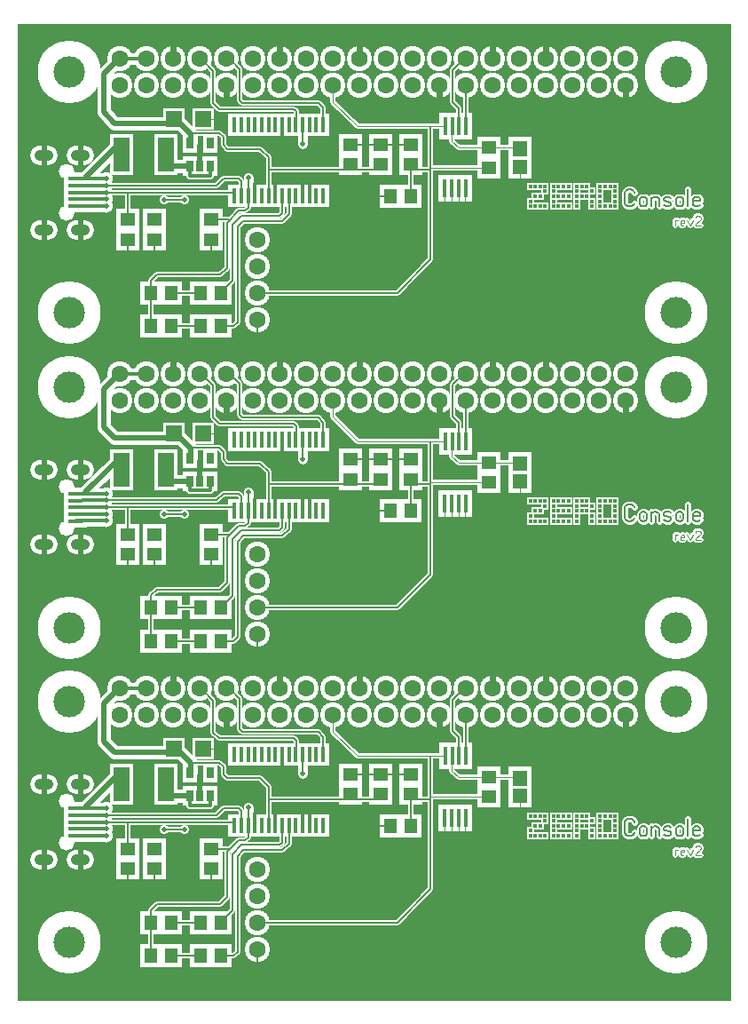
<source format=gbr>
%FSLAX34Y34*%
%MOMM*%
%LNCOPPER_TOP*%
G71*
G01*
%ADD10C, 0.00*%
%ADD11C, 6.00*%
%ADD12C, 2.40*%
%ADD13R, 1.22X2.12*%
%ADD14R, 1.45X1.86*%
%ADD15C, 0.30*%
%ADD16R, 2.30X4.00*%
%ADD17C, 1.30*%
%ADD18C, 0.90*%
%ADD19C, 1.10*%
%ADD20C, 0.95*%
%ADD21C, 1.30*%
%ADD22C, 0.50*%
%ADD23C, 0.70*%
%ADD24R, 1.22X2.58*%
%ADD25C, 0.55*%
%ADD26R, 2.10X2.20*%
%ADD27R, 2.20X2.10*%
%ADD28C, 0.15*%
%ADD29C, 0.10*%
%ADD30C, 0.60*%
%ADD31R, 0.70X0.70*%
%ADD32C, 0.51*%
%ADD33R, 2.00X2.00*%
%ADD34R, 1.80X1.80*%
%ADD35C, 1.85*%
%ADD36R, 2.20X1.20*%
%ADD37C, 1.46*%
%ADD38C, 1.47*%
%ADD39C, 0.53*%
%ADD40C, 3.00*%
%ADD41C, 1.60*%
%ADD42R, 0.42X1.32*%
%ADD43R, 0.65X1.06*%
%ADD44R, 1.50X3.20*%
%ADD45C, 0.50*%
%ADD46R, 0.42X1.78*%
%ADD47R, 1.30X1.40*%
%ADD48R, 1.40X1.30*%
%ADD49C, 0.20*%
%ADD50R, 0.30X0.30*%
%ADD51C, 0.11*%
%ADD52R, 1.60X1.60*%
%ADD53R, 1.40X1.40*%
%ADD54C, 1.05*%
%ADD55R, 1.40X0.40*%
%LPD*%
G54D10*
X0Y1000000D02*
X680000Y1000000D01*
X680000Y70000D01*
X0Y70000D01*
X0Y1000000D01*
G36*
X0Y1000000D02*
X680000Y1000000D01*
X680000Y70000D01*
X0Y70000D01*
X0Y1000000D01*
G37*
%LPC*%
X48816Y954088D02*
G54D11*
D03*
X628253Y724694D02*
G54D11*
D03*
X48816Y724694D02*
G54D11*
D03*
X628253Y954088D02*
G54D11*
D03*
X580231Y966788D02*
G54D12*
D03*
X580230Y941384D02*
G54D12*
D03*
X554831Y966788D02*
G54D12*
D03*
X554831Y941388D02*
G54D12*
D03*
X529431Y966788D02*
G54D12*
D03*
X529431Y941388D02*
G54D12*
D03*
X504030Y966784D02*
G54D12*
D03*
X504031Y941388D02*
G54D12*
D03*
X478631Y966788D02*
G54D12*
D03*
X478631Y941388D02*
G54D12*
D03*
X453230Y966784D02*
G54D12*
D03*
X453231Y941388D02*
G54D12*
D03*
X427831Y966788D02*
G54D12*
D03*
X427831Y941388D02*
G54D12*
D03*
X402431Y966788D02*
G54D12*
D03*
X402430Y941384D02*
G54D12*
D03*
X377031Y966788D02*
G54D12*
D03*
X377031Y941388D02*
G54D12*
D03*
X351631Y966788D02*
G54D12*
D03*
X351631Y941388D02*
G54D12*
D03*
X326230Y966784D02*
G54D12*
D03*
X326231Y941388D02*
G54D12*
D03*
X300831Y966788D02*
G54D12*
D03*
X300831Y941388D02*
G54D12*
D03*
X275431Y966788D02*
G54D12*
D03*
X275431Y941388D02*
G54D12*
D03*
X250030Y966784D02*
G54D12*
D03*
X250031Y941388D02*
G54D12*
D03*
X224631Y966788D02*
G54D12*
D03*
X224631Y941388D02*
G54D12*
D03*
X199231Y966788D02*
G54D12*
D03*
X199230Y941384D02*
G54D12*
D03*
X173831Y966788D02*
G54D12*
D03*
X173831Y941388D02*
G54D12*
D03*
X148430Y966784D02*
G54D12*
D03*
X123031Y966788D02*
G54D12*
D03*
X97631Y966788D02*
G54D12*
D03*
X148431Y941388D02*
G54D12*
D03*
X123031Y941388D02*
G54D12*
D03*
X97631Y941388D02*
G54D12*
D03*
X291272Y835606D02*
G54D13*
D03*
X284772Y835606D02*
G54D13*
D03*
X278272Y835606D02*
G54D13*
D03*
X271772Y835606D02*
G54D13*
D03*
X265272Y835606D02*
G54D13*
D03*
X258772Y835606D02*
G54D13*
D03*
X252272Y835606D02*
G54D13*
D03*
X245772Y835606D02*
G54D13*
D03*
X239272Y835606D02*
G54D13*
D03*
X232772Y835606D02*
G54D13*
D03*
X226272Y835606D02*
G54D13*
D03*
X219772Y835606D02*
G54D13*
D03*
X213272Y835606D02*
G54D13*
D03*
X206772Y835606D02*
G54D13*
D03*
X291272Y904478D02*
G54D13*
D03*
X284772Y904478D02*
G54D13*
D03*
X278272Y904478D02*
G54D13*
D03*
X271772Y904478D02*
G54D13*
D03*
X265272Y904478D02*
G54D13*
D03*
X258772Y904478D02*
G54D13*
D03*
X252272Y904478D02*
G54D13*
D03*
X245772Y904478D02*
G54D13*
D03*
X239272Y904478D02*
G54D13*
D03*
X232772Y904478D02*
G54D13*
D03*
X226272Y904478D02*
G54D13*
D03*
X219772Y904478D02*
G54D13*
D03*
X213272Y904478D02*
G54D13*
D03*
X206772Y904478D02*
G54D13*
D03*
X291272Y903684D02*
G54D13*
D03*
X284772Y903684D02*
G54D13*
D03*
X278272Y903684D02*
G54D13*
D03*
X271772Y903684D02*
G54D13*
D03*
X265272Y903684D02*
G54D13*
D03*
X258772Y903684D02*
G54D13*
D03*
X252272Y903684D02*
G54D13*
D03*
X245772Y903684D02*
G54D13*
D03*
X239272Y903684D02*
G54D13*
D03*
X232772Y903684D02*
G54D13*
D03*
X226272Y903684D02*
G54D13*
D03*
X219772Y903684D02*
G54D13*
D03*
X213272Y903684D02*
G54D13*
D03*
X206772Y903684D02*
G54D13*
D03*
X291272Y836400D02*
G54D13*
D03*
X284772Y836400D02*
G54D13*
D03*
X278272Y836400D02*
G54D13*
D03*
X271772Y836400D02*
G54D13*
D03*
X265272Y836400D02*
G54D13*
D03*
X258772Y836400D02*
G54D13*
D03*
X252272Y836400D02*
G54D13*
D03*
X245772Y836400D02*
G54D13*
D03*
X239272Y836400D02*
G54D13*
D03*
X232772Y836400D02*
G54D13*
D03*
X226272Y836400D02*
G54D13*
D03*
X219772Y836400D02*
G54D13*
D03*
X213272Y836400D02*
G54D13*
D03*
X206772Y836400D02*
G54D13*
D03*
X291272Y836797D02*
G54D13*
D03*
X284772Y836797D02*
G54D13*
D03*
X278272Y836797D02*
G54D13*
D03*
X271772Y836797D02*
G54D13*
D03*
X265272Y836797D02*
G54D13*
D03*
X258772Y836797D02*
G54D13*
D03*
X252272Y836797D02*
G54D13*
D03*
X245772Y836797D02*
G54D13*
D03*
X239272Y836797D02*
G54D13*
D03*
X232772Y836797D02*
G54D13*
D03*
X226272Y836797D02*
G54D13*
D03*
X219772Y836797D02*
G54D13*
D03*
X213272Y836797D02*
G54D13*
D03*
X206772Y836797D02*
G54D13*
D03*
X291272Y903287D02*
G54D13*
D03*
X284772Y903288D02*
G54D13*
D03*
X278272Y903288D02*
G54D13*
D03*
X271772Y903288D02*
G54D13*
D03*
X265272Y903288D02*
G54D13*
D03*
X258772Y903288D02*
G54D13*
D03*
X252272Y903288D02*
G54D13*
D03*
X245772Y903287D02*
G54D13*
D03*
X239272Y903288D02*
G54D13*
D03*
X232772Y903288D02*
G54D13*
D03*
X226272Y903288D02*
G54D13*
D03*
X219772Y903288D02*
G54D13*
D03*
X213272Y903288D02*
G54D13*
D03*
X206772Y903288D02*
G54D13*
D03*
X164306Y886420D02*
G54D14*
D03*
X183356Y886420D02*
G54D14*
D03*
X164306Y864394D02*
G54D14*
D03*
X173831Y864394D02*
G54D14*
D03*
X183356Y864394D02*
G54D14*
D03*
G54D15*
X252214Y896739D02*
X252214Y892770D01*
G54D15*
X226219Y843359D02*
X226219Y847328D01*
G54D15*
X271859Y843359D02*
X271859Y847328D01*
G54D15*
X278408Y843359D02*
X278408Y847328D01*
G54D15*
X245864Y843359D02*
X245864Y847328D01*
G54D15*
X60523Y826492D02*
X55562Y826492D01*
X141288Y875506D02*
G54D16*
D03*
X99219Y875506D02*
G54D16*
D03*
X84733Y845939D02*
G54D17*
D03*
X84733Y839391D02*
G54D17*
D03*
X271859Y885627D02*
G54D18*
D03*
X219869Y853678D02*
G54D18*
D03*
X84733Y852488D02*
G54D17*
D03*
X84733Y833041D02*
G54D17*
D03*
X84733Y826492D02*
G54D17*
D03*
G54D19*
X84733Y852488D02*
X61912Y852488D01*
G54D19*
X84733Y845939D02*
X61714Y845939D01*
G54D19*
X84733Y839391D02*
X61714Y839391D01*
G54D19*
X84733Y833041D02*
X61714Y833041D01*
G54D19*
X84733Y826492D02*
X61714Y826492D01*
G54D20*
X271859Y885627D02*
X271859Y896541D01*
G54D20*
X219869Y853678D02*
X219869Y842962D01*
G54D21*
X99219Y888206D02*
X64691Y853678D01*
G54D21*
X164306Y864394D02*
X149225Y864394D01*
G54D22*
X173831Y869752D02*
X173831Y873919D01*
G54D23*
X164306Y859234D02*
X164306Y855266D01*
X183356Y855266D01*
X183356Y859234D01*
G54D19*
X123031Y966788D02*
X97631Y966788D01*
G54D21*
X97631Y966788D02*
X96044Y966788D01*
X81756Y952500D01*
X81756Y915988D01*
X92075Y905669D01*
X154781Y905669D01*
X165100Y895350D01*
X165100Y887214D01*
X164306Y886420D01*
X407988Y902494D02*
G54D24*
D03*
X414487Y902494D02*
G54D24*
D03*
X407591Y843147D02*
G54D24*
D03*
X414091Y843147D02*
G54D24*
D03*
X420591Y843147D02*
G54D24*
D03*
X427091Y843147D02*
G54D24*
D03*
X420988Y902494D02*
G54D24*
D03*
X427488Y902494D02*
G54D24*
D03*
G54D25*
X165100Y896144D02*
X192088Y896144D01*
X196056Y892175D01*
X196056Y885031D01*
X200025Y881062D01*
X231378Y881062D01*
X239316Y873125D01*
X239316Y842169D01*
G54D25*
X84733Y845939D02*
X189508Y845939D01*
X196056Y852488D01*
X210741Y852488D01*
X213122Y850106D01*
X213122Y841772D01*
G54D25*
X84733Y839391D02*
X207169Y839391D01*
G54D25*
X173831Y966788D02*
X175022Y966788D01*
X186531Y955278D01*
X186531Y924719D01*
X192088Y919162D01*
X263128Y919162D01*
X265509Y916781D01*
X265509Y908447D01*
G54D25*
X199231Y966788D02*
X202009Y966788D01*
X211931Y956866D01*
X211931Y927497D01*
X214312Y925116D01*
X286544Y925116D01*
X291306Y920353D01*
X291306Y909241D01*
X193675Y743744D02*
G54D26*
D03*
X174675Y743744D02*
G54D26*
D03*
X193675Y711994D02*
G54D26*
D03*
X174675Y711994D02*
G54D26*
D03*
X146050Y711994D02*
G54D26*
D03*
X127050Y711994D02*
G54D26*
D03*
X146050Y743744D02*
G54D26*
D03*
X127050Y743744D02*
G54D26*
D03*
G54D25*
X258762Y831453D02*
X258762Y818753D01*
X252412Y812403D01*
X215106Y812403D01*
X209550Y806847D01*
X209550Y715566D01*
X205978Y711994D01*
X193675Y711994D01*
G54D25*
X252412Y830262D02*
X252412Y819944D01*
X250031Y817562D01*
X213519Y817562D01*
X204788Y808831D01*
X204788Y755253D01*
X198834Y749300D01*
G54D25*
X146050Y743744D02*
X174675Y743744D01*
G54D25*
X146050Y711994D02*
X174675Y711994D01*
G54D25*
X127050Y711994D02*
X127050Y743744D01*
G54D25*
X219869Y829866D02*
X219869Y824706D01*
X217091Y821928D01*
X210741Y821928D01*
X199628Y810816D01*
G54D25*
X127050Y743744D02*
X127050Y755303D01*
X132953Y761206D01*
X193278Y761206D01*
X199628Y767556D01*
X199628Y810816D01*
X139700Y832644D02*
G54D18*
D03*
X158750Y832644D02*
G54D18*
D03*
G54D25*
X139700Y832644D02*
X158750Y832644D01*
X317475Y885006D02*
G54D27*
D03*
X317475Y866006D02*
G54D27*
D03*
X346050Y885006D02*
G54D27*
D03*
X346050Y866006D02*
G54D27*
D03*
G54D25*
X346050Y861244D02*
X239738Y861244D01*
X239712Y861219D01*
G54D28*
X317475Y885006D02*
X374625Y885006D01*
X374625Y885006D02*
G54D27*
D03*
X374625Y866006D02*
G54D27*
D03*
X449238Y882229D02*
G54D27*
D03*
X449238Y863229D02*
G54D27*
D03*
G54D25*
X427831Y941388D02*
X427831Y902838D01*
X427488Y902494D01*
G54D25*
X427831Y966788D02*
X425847Y966788D01*
X415131Y956072D01*
X415131Y925909D01*
X421084Y919956D01*
X421084Y909638D01*
G54D25*
X228600Y743744D02*
X361950Y743744D01*
X393700Y775494D01*
X393675Y902072D01*
G54D25*
X374625Y861244D02*
X393675Y861244D01*
X393700Y861219D01*
X228600Y794544D02*
G54D12*
D03*
X228600Y769144D02*
G54D12*
D03*
X228600Y743744D02*
G54D12*
D03*
X228600Y718344D02*
G54D12*
D03*
G54D28*
X228600Y718344D02*
X228600Y703659D01*
G54D22*
X300831Y941388D02*
X300831Y925512D01*
X323850Y902494D01*
X407988Y902494D01*
G54D29*
X407591Y835422D02*
X407591Y829469D01*
G54D29*
X413941Y835422D02*
X413941Y829469D01*
G54D29*
X420688Y835422D02*
X420688Y829469D01*
G54D29*
X427038Y835819D02*
X427038Y829469D01*
X184175Y794569D02*
G54D27*
D03*
X184175Y813569D02*
G54D27*
D03*
G54D25*
X184175Y813569D02*
X201588Y813569D01*
X201612Y813594D01*
G54D28*
X184175Y794569D02*
X184175Y781869D01*
X184150Y781844D01*
X130200Y794569D02*
G54D27*
D03*
X130200Y813569D02*
G54D27*
D03*
X104800Y794569D02*
G54D27*
D03*
X104800Y813569D02*
G54D27*
D03*
X130200Y813569D02*
G54D18*
D03*
G54D25*
X104800Y813569D02*
X104800Y838969D01*
X104775Y838994D01*
G54D28*
X130200Y794569D02*
X130200Y781869D01*
X130175Y781844D01*
G54D28*
X104800Y794569D02*
X104800Y781869D01*
X104775Y781844D01*
G54D30*
X588641Y829294D02*
X587441Y827294D01*
X585041Y826294D01*
X582641Y826294D01*
X580241Y827294D01*
X579041Y829294D01*
X579041Y839294D01*
X580241Y841294D01*
X582641Y842294D01*
X585041Y842294D01*
X587441Y841294D01*
X588641Y839294D01*
G54D30*
X600241Y828694D02*
X600241Y832694D01*
X599041Y834694D01*
X596641Y835294D01*
X594241Y834694D01*
X593041Y832694D01*
X593041Y828694D01*
X594241Y826694D01*
X596641Y826294D01*
X599041Y826694D01*
X600241Y828694D01*
G54D30*
X604641Y826294D02*
X604641Y835294D01*
G54D30*
X604641Y833294D02*
X605841Y834694D01*
X608241Y835294D01*
X610641Y834694D01*
X611841Y833294D01*
X611841Y826294D01*
G54D30*
X616241Y827294D02*
X618641Y826294D01*
X621041Y826294D01*
X623441Y827294D01*
X623441Y829294D01*
X622241Y830294D01*
X617441Y831294D01*
X616241Y832294D01*
X616241Y834294D01*
X618641Y835294D01*
X621041Y835294D01*
X623441Y834294D01*
G54D30*
X635041Y828694D02*
X635041Y832694D01*
X633841Y834694D01*
X631441Y835294D01*
X629041Y834694D01*
X627841Y832694D01*
X627841Y828694D01*
X629041Y826694D01*
X631441Y826294D01*
X633841Y826694D01*
X635041Y828694D01*
G54D30*
X639441Y826294D02*
X639441Y842294D01*
G54D30*
X651041Y827294D02*
X649121Y826294D01*
X646721Y826294D01*
X644321Y827294D01*
X643841Y829294D01*
X643841Y832694D01*
X645041Y834694D01*
X647441Y835294D01*
X649841Y834694D01*
X651041Y833294D01*
X651041Y831294D01*
X643841Y831294D01*
X488950Y845344D02*
G54D31*
D03*
X498475Y845344D02*
G54D31*
D03*
X503238Y845344D02*
G54D31*
D03*
X503238Y840581D02*
G54D31*
D03*
X498475Y835819D02*
G54D31*
D03*
X488950Y831056D02*
G54D31*
D03*
X488950Y826294D02*
G54D31*
D03*
X498475Y826294D02*
G54D31*
D03*
X503238Y826294D02*
G54D31*
D03*
X511175Y826294D02*
G54D31*
D03*
X511175Y831056D02*
G54D31*
D03*
X511175Y835819D02*
G54D31*
D03*
X511175Y840581D02*
G54D31*
D03*
X511175Y845344D02*
G54D31*
D03*
X515938Y845344D02*
G54D31*
D03*
X520700Y845344D02*
G54D31*
D03*
X515938Y835819D02*
G54D31*
D03*
X520700Y835819D02*
G54D31*
D03*
X515938Y826294D02*
G54D31*
D03*
X520700Y826294D02*
G54D31*
D03*
X533400Y845344D02*
G54D31*
D03*
X533400Y840581D02*
G54D31*
D03*
X533400Y835819D02*
G54D31*
D03*
X533400Y831056D02*
G54D31*
D03*
X533400Y826294D02*
G54D31*
D03*
X538162Y845344D02*
G54D31*
D03*
X538162Y835819D02*
G54D31*
D03*
X547688Y840581D02*
G54D31*
D03*
X547688Y831056D02*
G54D31*
D03*
X547688Y826294D02*
G54D31*
D03*
X555625Y840581D02*
G54D31*
D03*
X555625Y835819D02*
G54D31*
D03*
X555625Y831056D02*
G54D31*
D03*
X560388Y826294D02*
G54D31*
D03*
X565150Y826294D02*
G54D31*
D03*
X569912Y831056D02*
G54D31*
D03*
X569912Y835819D02*
G54D31*
D03*
X569912Y840581D02*
G54D31*
D03*
X560388Y845344D02*
G54D31*
D03*
X565150Y845344D02*
G54D31*
D03*
G54D32*
X627062Y808038D02*
X627062Y813038D01*
G54D32*
X627062Y811926D02*
X628396Y813038D01*
X629729Y813038D01*
G54D32*
X636174Y808593D02*
X635107Y808038D01*
X633774Y808038D01*
X632440Y808593D01*
X632174Y809704D01*
X632174Y811593D01*
X632840Y812704D01*
X634174Y813038D01*
X635507Y812704D01*
X636174Y811926D01*
X636174Y810815D01*
X632174Y810815D01*
G54D32*
X638618Y813038D02*
X641284Y808038D01*
X643951Y813038D01*
G54D32*
X651728Y808038D02*
X646394Y808038D01*
X646394Y808593D01*
X647061Y809704D01*
X651061Y813038D01*
X651728Y814149D01*
X651728Y815260D01*
X651061Y816371D01*
X649728Y816926D01*
X648394Y816926D01*
X647061Y816371D01*
X646394Y815260D01*
X149225Y909638D02*
G54D33*
D03*
X177225Y909638D02*
G54D33*
D03*
G54D29*
X177225Y909638D02*
X190500Y909638D01*
X555625Y845344D02*
G54D31*
D03*
X569912Y845344D02*
G54D31*
D03*
X569912Y826294D02*
G54D31*
D03*
X555625Y826294D02*
G54D31*
D03*
X493712Y845344D02*
G54D31*
D03*
X493712Y835819D02*
G54D31*
D03*
X493712Y826294D02*
G54D31*
D03*
X525462Y845344D02*
G54D31*
D03*
X525462Y835819D02*
G54D31*
D03*
X525462Y826294D02*
G54D31*
D03*
X542925Y845344D02*
G54D31*
D03*
X542925Y835819D02*
G54D31*
D03*
G54D25*
X374650Y835819D02*
X374650Y864394D01*
G54D28*
X355600Y835819D02*
X342900Y835819D01*
X355600Y835819D02*
G54D26*
D03*
X374600Y835819D02*
G54D26*
D03*
G54D22*
X449238Y863229D02*
X394123Y863229D01*
X393700Y862806D01*
G54D22*
X479401Y882229D02*
X420315Y882229D01*
X414338Y888206D01*
X414338Y896144D01*
X479401Y882229D02*
G54D27*
D03*
X479401Y863229D02*
G54D27*
D03*
G54D29*
X479401Y863229D02*
X479401Y848543D01*
X479425Y848519D01*
X479425Y880666D02*
G54D34*
D03*
X479425Y863997D02*
G54D34*
D03*
X21034Y875109D02*
G54D35*
D03*
X28972Y875109D02*
G54D35*
D03*
X28972Y803672D02*
G54D35*
D03*
X21034Y803672D02*
G54D35*
D03*
X63500Y875109D02*
G54D35*
D03*
X55562Y875109D02*
G54D35*
D03*
X63500Y803672D02*
G54D35*
D03*
X55562Y803672D02*
G54D35*
D03*
X59531Y875109D02*
G54D35*
D03*
X59531Y803672D02*
G54D35*
D03*
X25003Y803672D02*
G54D35*
D03*
X25003Y875109D02*
G54D35*
D03*
X54777Y839390D02*
G54D36*
D03*
X54777Y832890D02*
G54D36*
D03*
X54777Y826390D02*
G54D36*
D03*
X54777Y845890D02*
G54D36*
D03*
X54777Y852390D02*
G54D36*
D03*
X46236Y859433D02*
G54D37*
D03*
X46236Y819348D02*
G54D37*
D03*
X63302Y875109D02*
G54D35*
D03*
X63103Y875109D02*
G54D35*
D03*
X62905Y875109D02*
G54D35*
D03*
X62706Y875109D02*
G54D35*
D03*
X62508Y875109D02*
G54D35*
D03*
X62309Y875109D02*
G54D35*
D03*
X62111Y875109D02*
G54D35*
D03*
X61912Y875109D02*
G54D35*
D03*
X61714Y875109D02*
G54D35*
D03*
X61516Y875109D02*
G54D35*
D03*
X61317Y875109D02*
G54D35*
D03*
X61119Y875109D02*
G54D35*
D03*
X60920Y875109D02*
G54D35*
D03*
X60722Y875109D02*
G54D35*
D03*
X60523Y875109D02*
G54D35*
D03*
X60325Y875109D02*
G54D35*
D03*
X60127Y875109D02*
G54D35*
D03*
X59928Y875109D02*
G54D35*
D03*
X59730Y875109D02*
G54D35*
D03*
X59333Y875109D02*
G54D35*
D03*
X59134Y875109D02*
G54D35*
D03*
X58936Y875109D02*
G54D35*
D03*
X58738Y875109D02*
G54D35*
D03*
X58539Y875109D02*
G54D35*
D03*
X58341Y875109D02*
G54D35*
D03*
X58142Y875109D02*
G54D35*
D03*
X57944Y875109D02*
G54D35*
D03*
X57745Y875109D02*
G54D35*
D03*
X57547Y875109D02*
G54D35*
D03*
X57348Y875109D02*
G54D35*
D03*
X57150Y875109D02*
G54D35*
D03*
X55761Y875109D02*
G54D35*
D03*
X55959Y875109D02*
G54D35*
D03*
X56158Y875109D02*
G54D35*
D03*
X56356Y875109D02*
G54D35*
D03*
X56555Y875109D02*
G54D35*
D03*
X56753Y875109D02*
G54D35*
D03*
X63302Y803672D02*
G54D35*
D03*
X63103Y803672D02*
G54D35*
D03*
X62905Y803672D02*
G54D35*
D03*
X62706Y803672D02*
G54D35*
D03*
X62508Y803672D02*
G54D35*
D03*
X62309Y803672D02*
G54D35*
D03*
X62111Y803672D02*
G54D35*
D03*
X61912Y803672D02*
G54D35*
D03*
X61714Y803672D02*
G54D35*
D03*
X61516Y803672D02*
G54D35*
D03*
X61317Y803672D02*
G54D35*
D03*
X61119Y803672D02*
G54D35*
D03*
X60920Y803672D02*
G54D35*
D03*
X60722Y803672D02*
G54D35*
D03*
X60523Y803672D02*
G54D35*
D03*
X60325Y803672D02*
G54D35*
D03*
X60127Y803672D02*
G54D35*
D03*
X59928Y803672D02*
G54D35*
D03*
X55761Y803672D02*
G54D35*
D03*
X55959Y803672D02*
G54D35*
D03*
X56158Y803672D02*
G54D35*
D03*
X56356Y803672D02*
G54D35*
D03*
X56555Y803672D02*
G54D35*
D03*
X56753Y803672D02*
G54D35*
D03*
X56952Y803672D02*
G54D35*
D03*
X57150Y803672D02*
G54D35*
D03*
X57348Y803672D02*
G54D35*
D03*
X57547Y803672D02*
G54D35*
D03*
X57745Y803672D02*
G54D35*
D03*
X57944Y803672D02*
G54D35*
D03*
X58142Y803672D02*
G54D35*
D03*
X58341Y803672D02*
G54D35*
D03*
X58539Y803672D02*
G54D35*
D03*
X58539Y803672D02*
G54D35*
D03*
X58738Y803672D02*
G54D35*
D03*
X58936Y803672D02*
G54D35*
D03*
X59134Y803672D02*
G54D35*
D03*
X28972Y875109D02*
G54D35*
D03*
X21034Y875109D02*
G54D35*
D03*
X25003Y875109D02*
G54D35*
D03*
X28773Y875109D02*
G54D35*
D03*
X28575Y875109D02*
G54D35*
D03*
X28377Y875109D02*
G54D35*
D03*
X28178Y875109D02*
G54D35*
D03*
X27980Y875109D02*
G54D35*
D03*
X27781Y875109D02*
G54D35*
D03*
X27583Y875109D02*
G54D35*
D03*
X27384Y875109D02*
G54D35*
D03*
X27186Y875109D02*
G54D35*
D03*
X26988Y875109D02*
G54D35*
D03*
X26789Y875109D02*
G54D35*
D03*
X26591Y875109D02*
G54D35*
D03*
X26392Y875109D02*
G54D35*
D03*
X26194Y875109D02*
G54D35*
D03*
X25995Y875109D02*
G54D35*
D03*
X25797Y875109D02*
G54D35*
D03*
X25598Y875109D02*
G54D35*
D03*
X25400Y875109D02*
G54D35*
D03*
X25202Y875109D02*
G54D35*
D03*
X24805Y875109D02*
G54D35*
D03*
X24606Y875109D02*
G54D35*
D03*
X24408Y875109D02*
G54D35*
D03*
X24209Y875109D02*
G54D35*
D03*
X24011Y875109D02*
G54D35*
D03*
X23812Y875109D02*
G54D35*
D03*
X23614Y875109D02*
G54D35*
D03*
X23416Y875109D02*
G54D35*
D03*
X23217Y875109D02*
G54D35*
D03*
X23019Y875109D02*
G54D35*
D03*
X22820Y875109D02*
G54D35*
D03*
X22622Y875109D02*
G54D35*
D03*
X21233Y875109D02*
G54D35*
D03*
X21431Y875109D02*
G54D35*
D03*
X21630Y875109D02*
G54D35*
D03*
X21828Y875109D02*
G54D35*
D03*
X22027Y875109D02*
G54D35*
D03*
X22225Y875109D02*
G54D35*
D03*
X28972Y803672D02*
G54D35*
D03*
X21034Y803672D02*
G54D35*
D03*
X25003Y803672D02*
G54D35*
D03*
X28773Y803672D02*
G54D35*
D03*
X28575Y803672D02*
G54D35*
D03*
X28377Y803672D02*
G54D35*
D03*
X28178Y803672D02*
G54D35*
D03*
X27980Y803672D02*
G54D35*
D03*
X27781Y803672D02*
G54D35*
D03*
X27583Y803672D02*
G54D35*
D03*
X27384Y803672D02*
G54D35*
D03*
X27186Y803672D02*
G54D35*
D03*
X26988Y803672D02*
G54D35*
D03*
X26789Y803672D02*
G54D35*
D03*
X26591Y803672D02*
G54D35*
D03*
X26392Y803672D02*
G54D35*
D03*
X26194Y803672D02*
G54D35*
D03*
X25995Y803672D02*
G54D35*
D03*
X25797Y803672D02*
G54D35*
D03*
X25598Y803672D02*
G54D35*
D03*
X25400Y803672D02*
G54D35*
D03*
X21233Y803672D02*
G54D35*
D03*
X21431Y803672D02*
G54D35*
D03*
X21630Y803672D02*
G54D35*
D03*
X21828Y803672D02*
G54D35*
D03*
X22027Y803672D02*
G54D35*
D03*
X22225Y803672D02*
G54D35*
D03*
X22423Y803672D02*
G54D35*
D03*
X22622Y803672D02*
G54D35*
D03*
X22820Y803672D02*
G54D35*
D03*
X23019Y803672D02*
G54D35*
D03*
X23217Y803672D02*
G54D35*
D03*
X23416Y803672D02*
G54D35*
D03*
X23614Y803672D02*
G54D35*
D03*
X23812Y803672D02*
G54D35*
D03*
X24011Y803672D02*
G54D35*
D03*
X24011Y803672D02*
G54D35*
D03*
X24209Y803672D02*
G54D35*
D03*
X24408Y803672D02*
G54D35*
D03*
X24606Y803672D02*
G54D35*
D03*
G54D22*
X25400Y885031D02*
X25400Y865981D01*
G54D22*
X25400Y794544D02*
X25400Y813594D01*
G54D22*
X60325Y794544D02*
X60325Y813594D01*
G54D22*
X60325Y885031D02*
X60325Y864394D01*
X21828Y875109D02*
G54D35*
D03*
X22622Y875109D02*
G54D35*
D03*
X23416Y875109D02*
G54D35*
D03*
X24209Y875109D02*
G54D35*
D03*
X25003Y875109D02*
G54D35*
D03*
X25797Y875109D02*
G54D35*
D03*
X26591Y875109D02*
G54D35*
D03*
X27384Y875109D02*
G54D35*
D03*
X28178Y875109D02*
G54D35*
D03*
X56356Y875109D02*
G54D35*
D03*
X57150Y875109D02*
G54D35*
D03*
X57944Y875109D02*
G54D35*
D03*
X58738Y875109D02*
G54D35*
D03*
X59531Y875109D02*
G54D35*
D03*
X60325Y875109D02*
G54D35*
D03*
X61119Y875109D02*
G54D35*
D03*
X61912Y875109D02*
G54D35*
D03*
X62706Y875109D02*
G54D35*
D03*
X63500Y875109D02*
G54D35*
D03*
X28972Y875109D02*
G54D35*
D03*
X21034Y803672D02*
G54D35*
D03*
X21828Y803672D02*
G54D35*
D03*
X22622Y803672D02*
G54D35*
D03*
X23416Y803672D02*
G54D35*
D03*
X24209Y803672D02*
G54D35*
D03*
X25003Y803672D02*
G54D35*
D03*
X25797Y803672D02*
G54D35*
D03*
X26591Y803672D02*
G54D35*
D03*
X27384Y803672D02*
G54D35*
D03*
X28178Y803672D02*
G54D35*
D03*
X28972Y803672D02*
G54D35*
D03*
X55562Y803672D02*
G54D35*
D03*
X56356Y803672D02*
G54D35*
D03*
X57150Y803672D02*
G54D35*
D03*
X57944Y803672D02*
G54D35*
D03*
X58738Y803672D02*
G54D35*
D03*
X59531Y803672D02*
G54D35*
D03*
X60325Y803672D02*
G54D35*
D03*
X61119Y803672D02*
G54D35*
D03*
X61912Y803672D02*
G54D35*
D03*
X62706Y803672D02*
G54D35*
D03*
X63500Y803672D02*
G54D35*
D03*
X21034Y875109D02*
G54D35*
D03*
X28972Y875109D02*
G54D35*
D03*
X55562Y875109D02*
G54D35*
D03*
X46236Y859433D02*
G54D38*
D03*
X46236Y819348D02*
G54D38*
D03*
X48816Y654050D02*
G54D11*
D03*
X628253Y424656D02*
G54D11*
D03*
X48816Y424656D02*
G54D11*
D03*
X628253Y654050D02*
G54D11*
D03*
X580231Y666750D02*
G54D12*
D03*
X580230Y641346D02*
G54D12*
D03*
X554831Y666750D02*
G54D12*
D03*
X554831Y641350D02*
G54D12*
D03*
X529431Y666750D02*
G54D12*
D03*
X529431Y641350D02*
G54D12*
D03*
X504030Y666746D02*
G54D12*
D03*
X504031Y641350D02*
G54D12*
D03*
X478631Y666750D02*
G54D12*
D03*
X478631Y641350D02*
G54D12*
D03*
X453230Y666746D02*
G54D12*
D03*
X453231Y641350D02*
G54D12*
D03*
X427831Y666750D02*
G54D12*
D03*
X427831Y641350D02*
G54D12*
D03*
X402431Y666750D02*
G54D12*
D03*
X402430Y641346D02*
G54D12*
D03*
X377031Y666750D02*
G54D12*
D03*
X377031Y641350D02*
G54D12*
D03*
X351631Y666750D02*
G54D12*
D03*
X351631Y641350D02*
G54D12*
D03*
X326230Y666746D02*
G54D12*
D03*
X326231Y641350D02*
G54D12*
D03*
X300831Y666750D02*
G54D12*
D03*
X300831Y641350D02*
G54D12*
D03*
X275431Y666750D02*
G54D12*
D03*
X275431Y641350D02*
G54D12*
D03*
X250030Y666746D02*
G54D12*
D03*
X250031Y641350D02*
G54D12*
D03*
X224631Y666750D02*
G54D12*
D03*
X224631Y641350D02*
G54D12*
D03*
X199231Y666750D02*
G54D12*
D03*
X199230Y641346D02*
G54D12*
D03*
X173831Y666750D02*
G54D12*
D03*
X173831Y641350D02*
G54D12*
D03*
X148430Y666746D02*
G54D12*
D03*
X123031Y666750D02*
G54D12*
D03*
X97631Y666750D02*
G54D12*
D03*
X148431Y641350D02*
G54D12*
D03*
X123031Y641350D02*
G54D12*
D03*
X97631Y641350D02*
G54D12*
D03*
X291272Y535569D02*
G54D13*
D03*
X284772Y535569D02*
G54D13*
D03*
X278272Y535569D02*
G54D13*
D03*
X271772Y535569D02*
G54D13*
D03*
X265272Y535569D02*
G54D13*
D03*
X258772Y535569D02*
G54D13*
D03*
X252272Y535569D02*
G54D13*
D03*
X245772Y535569D02*
G54D13*
D03*
X239272Y535569D02*
G54D13*
D03*
X232772Y535569D02*
G54D13*
D03*
X226272Y535569D02*
G54D13*
D03*
X219772Y535569D02*
G54D13*
D03*
X213272Y535569D02*
G54D13*
D03*
X206772Y535569D02*
G54D13*
D03*
X291272Y604441D02*
G54D13*
D03*
X284772Y604441D02*
G54D13*
D03*
X278272Y604440D02*
G54D13*
D03*
X271772Y604440D02*
G54D13*
D03*
X265272Y604440D02*
G54D13*
D03*
X258772Y604440D02*
G54D13*
D03*
X252272Y604440D02*
G54D13*
D03*
X245772Y604440D02*
G54D13*
D03*
X239272Y604440D02*
G54D13*
D03*
X232772Y604440D02*
G54D13*
D03*
X226272Y604440D02*
G54D13*
D03*
X219772Y604440D02*
G54D13*
D03*
X213272Y604440D02*
G54D13*
D03*
X206772Y604440D02*
G54D13*
D03*
X291272Y603647D02*
G54D13*
D03*
X284772Y603647D02*
G54D13*
D03*
X278272Y603647D02*
G54D13*
D03*
X271772Y603647D02*
G54D13*
D03*
X265272Y603647D02*
G54D13*
D03*
X258772Y603647D02*
G54D13*
D03*
X252272Y603647D02*
G54D13*
D03*
X245772Y603647D02*
G54D13*
D03*
X239272Y603647D02*
G54D13*
D03*
X232772Y603647D02*
G54D13*
D03*
X226272Y603647D02*
G54D13*
D03*
X219772Y603647D02*
G54D13*
D03*
X213272Y603647D02*
G54D13*
D03*
X206772Y603647D02*
G54D13*
D03*
X291272Y536362D02*
G54D13*
D03*
X284772Y536362D02*
G54D13*
D03*
X278272Y536362D02*
G54D13*
D03*
X271772Y536362D02*
G54D13*
D03*
X265272Y536362D02*
G54D13*
D03*
X258772Y536363D02*
G54D13*
D03*
X252272Y536363D02*
G54D13*
D03*
X245772Y536362D02*
G54D13*
D03*
X239272Y536362D02*
G54D13*
D03*
X232772Y536362D02*
G54D13*
D03*
X226272Y536362D02*
G54D13*
D03*
X219772Y536362D02*
G54D13*
D03*
X213272Y536362D02*
G54D13*
D03*
X206772Y536362D02*
G54D13*
D03*
X291272Y536759D02*
G54D13*
D03*
X284772Y536759D02*
G54D13*
D03*
X278272Y536759D02*
G54D13*
D03*
X271772Y536759D02*
G54D13*
D03*
X265272Y536759D02*
G54D13*
D03*
X258772Y536759D02*
G54D13*
D03*
X252272Y536759D02*
G54D13*
D03*
X245772Y536759D02*
G54D13*
D03*
X239272Y536759D02*
G54D13*
D03*
X232772Y536759D02*
G54D13*
D03*
X226272Y536759D02*
G54D13*
D03*
X219772Y536759D02*
G54D13*
D03*
X213272Y536759D02*
G54D13*
D03*
X206772Y536759D02*
G54D13*
D03*
X291272Y603250D02*
G54D13*
D03*
X284772Y603250D02*
G54D13*
D03*
X278272Y603250D02*
G54D13*
D03*
X271772Y603250D02*
G54D13*
D03*
X265272Y603250D02*
G54D13*
D03*
X258772Y603250D02*
G54D13*
D03*
X252272Y603250D02*
G54D13*
D03*
X245772Y603250D02*
G54D13*
D03*
X239272Y603250D02*
G54D13*
D03*
X232772Y603250D02*
G54D13*
D03*
X226272Y603250D02*
G54D13*
D03*
X219772Y603250D02*
G54D13*
D03*
X213272Y603250D02*
G54D13*
D03*
X206772Y603250D02*
G54D13*
D03*
X164306Y586383D02*
G54D14*
D03*
X183356Y586383D02*
G54D14*
D03*
X164306Y564356D02*
G54D14*
D03*
X173831Y564356D02*
G54D14*
D03*
X183356Y564356D02*
G54D14*
D03*
G54D15*
X252214Y596702D02*
X252214Y592733D01*
G54D15*
X226219Y543322D02*
X226219Y547291D01*
G54D15*
X271859Y543322D02*
X271859Y547291D01*
G54D15*
X278408Y543322D02*
X278408Y547291D01*
G54D15*
X245864Y543322D02*
X245864Y547291D01*
G54D15*
X60523Y526455D02*
X55562Y526455D01*
X141288Y575469D02*
G54D16*
D03*
X99219Y575469D02*
G54D16*
D03*
X84733Y545902D02*
G54D17*
D03*
X84733Y539353D02*
G54D17*
D03*
X271859Y585589D02*
G54D18*
D03*
X219869Y553641D02*
G54D18*
D03*
X84733Y552450D02*
G54D17*
D03*
X84733Y533003D02*
G54D17*
D03*
X84733Y526455D02*
G54D17*
D03*
G54D19*
X84733Y552450D02*
X61912Y552450D01*
G54D19*
X84733Y545902D02*
X61714Y545902D01*
G54D19*
X84733Y539353D02*
X61714Y539353D01*
G54D19*
X84733Y533003D02*
X61714Y533003D01*
G54D19*
X84733Y526455D02*
X61714Y526455D01*
G54D20*
X271859Y585589D02*
X271859Y596503D01*
G54D20*
X219869Y553641D02*
X219869Y542925D01*
G54D21*
X99219Y588169D02*
X64691Y553641D01*
G54D21*
X164306Y564356D02*
X149225Y564356D01*
G54D22*
X173831Y569714D02*
X173831Y573881D01*
G54D23*
X164306Y559197D02*
X164306Y555228D01*
X183356Y555228D01*
X183356Y559197D01*
G54D19*
X123031Y666750D02*
X97631Y666750D01*
G54D21*
X97631Y666750D02*
X96044Y666750D01*
X81756Y652462D01*
X81756Y615950D01*
X92075Y605631D01*
X154781Y605631D01*
X165100Y595312D01*
X165100Y587177D01*
X164306Y586383D01*
X407988Y602456D02*
G54D24*
D03*
X414487Y602456D02*
G54D24*
D03*
X407591Y543109D02*
G54D24*
D03*
X414091Y543109D02*
G54D24*
D03*
X420591Y543109D02*
G54D24*
D03*
X427091Y543109D02*
G54D24*
D03*
X420988Y602456D02*
G54D24*
D03*
X427488Y602456D02*
G54D24*
D03*
G54D25*
X165100Y596106D02*
X192088Y596106D01*
X196056Y592138D01*
X196056Y584994D01*
X200025Y581025D01*
X231378Y581025D01*
X239316Y573088D01*
X239316Y542131D01*
G54D25*
X84733Y545902D02*
X189508Y545902D01*
X196056Y552450D01*
X210741Y552450D01*
X213122Y550069D01*
X213122Y541734D01*
G54D25*
X84733Y539353D02*
X207169Y539353D01*
G54D25*
X173831Y666750D02*
X175022Y666750D01*
X186531Y655241D01*
X186531Y624681D01*
X192088Y619125D01*
X263128Y619125D01*
X265509Y616744D01*
X265509Y608409D01*
G54D25*
X199231Y666750D02*
X202009Y666750D01*
X211931Y656828D01*
X211931Y627459D01*
X214312Y625078D01*
X286544Y625078D01*
X291306Y620316D01*
X291306Y609203D01*
X193675Y443706D02*
G54D26*
D03*
X174675Y443706D02*
G54D26*
D03*
X193675Y411956D02*
G54D26*
D03*
X174675Y411956D02*
G54D26*
D03*
X146050Y411956D02*
G54D26*
D03*
X127050Y411956D02*
G54D26*
D03*
X146050Y443706D02*
G54D26*
D03*
X127050Y443706D02*
G54D26*
D03*
G54D25*
X258762Y531416D02*
X258762Y518716D01*
X252412Y512366D01*
X215106Y512366D01*
X209550Y506809D01*
X209550Y415528D01*
X205978Y411956D01*
X193675Y411956D01*
G54D25*
X252412Y530225D02*
X252412Y519906D01*
X250031Y517525D01*
X213519Y517525D01*
X204788Y508794D01*
X204788Y455216D01*
X198834Y449262D01*
G54D25*
X146050Y443706D02*
X174675Y443706D01*
G54D25*
X146050Y411956D02*
X174675Y411956D01*
G54D25*
X127050Y411956D02*
X127050Y443706D01*
G54D25*
X219869Y529828D02*
X219869Y524669D01*
X217091Y521891D01*
X210741Y521891D01*
X199628Y510778D01*
G54D25*
X127050Y443706D02*
X127050Y455266D01*
X132953Y461169D01*
X193278Y461169D01*
X199628Y467519D01*
X199628Y510778D01*
X139700Y532606D02*
G54D18*
D03*
X158750Y532606D02*
G54D18*
D03*
G54D25*
X139700Y532606D02*
X158750Y532606D01*
X317475Y584969D02*
G54D27*
D03*
X317475Y565969D02*
G54D27*
D03*
X346050Y584969D02*
G54D27*
D03*
X346050Y565969D02*
G54D27*
D03*
G54D25*
X346050Y561206D02*
X239738Y561206D01*
X239712Y561181D01*
G54D28*
X317475Y584969D02*
X374625Y584969D01*
X374625Y584969D02*
G54D27*
D03*
X374625Y565969D02*
G54D27*
D03*
X449238Y582192D02*
G54D27*
D03*
X449238Y563192D02*
G54D27*
D03*
G54D25*
X427831Y641350D02*
X427831Y602800D01*
X427488Y602456D01*
G54D25*
X427831Y666750D02*
X425847Y666750D01*
X415131Y656034D01*
X415131Y625872D01*
X421084Y619919D01*
X421084Y609600D01*
G54D25*
X228600Y443706D02*
X361950Y443706D01*
X393700Y475456D01*
X393675Y602034D01*
G54D25*
X374625Y561206D02*
X393675Y561206D01*
X393700Y561181D01*
X228600Y494506D02*
G54D12*
D03*
X228600Y469106D02*
G54D12*
D03*
X228600Y443706D02*
G54D12*
D03*
X228600Y418306D02*
G54D12*
D03*
G54D28*
X228600Y418306D02*
X228600Y403622D01*
G54D22*
X300831Y641350D02*
X300831Y625475D01*
X323850Y602456D01*
X407988Y602456D01*
G54D29*
X407591Y535384D02*
X407591Y529431D01*
G54D29*
X413941Y535384D02*
X413941Y529431D01*
G54D29*
X420688Y535384D02*
X420688Y529431D01*
G54D29*
X427038Y535781D02*
X427038Y529431D01*
X184175Y494531D02*
G54D27*
D03*
X184175Y513531D02*
G54D27*
D03*
G54D25*
X184175Y513531D02*
X201588Y513531D01*
X201612Y513556D01*
G54D28*
X184175Y494531D02*
X184175Y481831D01*
X184150Y481806D01*
X130200Y494531D02*
G54D27*
D03*
X130200Y513531D02*
G54D27*
D03*
X104800Y494531D02*
G54D27*
D03*
X104800Y513531D02*
G54D27*
D03*
X130200Y513531D02*
G54D18*
D03*
G54D25*
X104800Y513531D02*
X104800Y538931D01*
X104775Y538956D01*
G54D28*
X130200Y494531D02*
X130200Y481831D01*
X130175Y481806D01*
G54D28*
X104800Y494531D02*
X104800Y481831D01*
X104775Y481806D01*
G54D30*
X588641Y529256D02*
X587441Y527256D01*
X585041Y526256D01*
X582641Y526256D01*
X580241Y527256D01*
X579041Y529256D01*
X579041Y539256D01*
X580241Y541256D01*
X582641Y542256D01*
X585041Y542256D01*
X587441Y541256D01*
X588641Y539256D01*
G54D30*
X600241Y528656D02*
X600241Y532656D01*
X599041Y534656D01*
X596641Y535256D01*
X594241Y534656D01*
X593041Y532656D01*
X593041Y528656D01*
X594241Y526656D01*
X596641Y526256D01*
X599041Y526656D01*
X600241Y528656D01*
G54D30*
X604641Y526256D02*
X604641Y535256D01*
G54D30*
X604641Y533256D02*
X605841Y534656D01*
X608241Y535256D01*
X610641Y534656D01*
X611841Y533256D01*
X611841Y526256D01*
G54D30*
X616241Y527256D02*
X618641Y526256D01*
X621041Y526256D01*
X623441Y527256D01*
X623441Y529256D01*
X622241Y530256D01*
X617441Y531256D01*
X616241Y532256D01*
X616241Y534256D01*
X618641Y535256D01*
X621041Y535256D01*
X623441Y534256D01*
G54D30*
X635041Y528656D02*
X635041Y532656D01*
X633841Y534656D01*
X631441Y535256D01*
X629041Y534656D01*
X627841Y532656D01*
X627841Y528656D01*
X629041Y526656D01*
X631441Y526256D01*
X633841Y526656D01*
X635041Y528656D01*
G54D30*
X639441Y526256D02*
X639441Y542256D01*
G54D30*
X651041Y527256D02*
X649121Y526256D01*
X646721Y526256D01*
X644321Y527256D01*
X643841Y529256D01*
X643841Y532656D01*
X645041Y534656D01*
X647441Y535256D01*
X649841Y534656D01*
X651041Y533256D01*
X651041Y531256D01*
X643841Y531256D01*
X488950Y545306D02*
G54D31*
D03*
X498475Y545306D02*
G54D31*
D03*
X503238Y545306D02*
G54D31*
D03*
X503238Y540544D02*
G54D31*
D03*
X498475Y535781D02*
G54D31*
D03*
X488950Y531019D02*
G54D31*
D03*
X488950Y526256D02*
G54D31*
D03*
X498475Y526256D02*
G54D31*
D03*
X503238Y526256D02*
G54D31*
D03*
X511175Y526256D02*
G54D31*
D03*
X511175Y531019D02*
G54D31*
D03*
X511175Y535781D02*
G54D31*
D03*
X511175Y540544D02*
G54D31*
D03*
X511175Y545306D02*
G54D31*
D03*
X515938Y545306D02*
G54D31*
D03*
X520700Y545306D02*
G54D31*
D03*
X515938Y535781D02*
G54D31*
D03*
X520700Y535781D02*
G54D31*
D03*
X515938Y526256D02*
G54D31*
D03*
X520700Y526256D02*
G54D31*
D03*
X533400Y545306D02*
G54D31*
D03*
X533400Y540544D02*
G54D31*
D03*
X533400Y535781D02*
G54D31*
D03*
X533400Y531019D02*
G54D31*
D03*
X533400Y526256D02*
G54D31*
D03*
X538162Y545306D02*
G54D31*
D03*
X538162Y535781D02*
G54D31*
D03*
X547688Y540544D02*
G54D31*
D03*
X547688Y531019D02*
G54D31*
D03*
X547688Y526256D02*
G54D31*
D03*
X555625Y540544D02*
G54D31*
D03*
X555625Y535781D02*
G54D31*
D03*
X555625Y531019D02*
G54D31*
D03*
X560388Y526256D02*
G54D31*
D03*
X565150Y526256D02*
G54D31*
D03*
X569912Y531019D02*
G54D31*
D03*
X569912Y535781D02*
G54D31*
D03*
X569912Y540544D02*
G54D31*
D03*
X560388Y545306D02*
G54D31*
D03*
X565150Y545306D02*
G54D31*
D03*
G54D32*
X627062Y508000D02*
X627062Y513000D01*
G54D32*
X627062Y511889D02*
X628396Y513000D01*
X629729Y513000D01*
G54D32*
X636174Y508556D02*
X635107Y508000D01*
X633774Y508000D01*
X632440Y508556D01*
X632174Y509667D01*
X632174Y511556D01*
X632840Y512667D01*
X634174Y513000D01*
X635507Y512667D01*
X636174Y511889D01*
X636174Y510778D01*
X632174Y510778D01*
G54D32*
X638618Y513000D02*
X641284Y508000D01*
X643951Y513000D01*
G54D32*
X651728Y508000D02*
X646394Y508000D01*
X646394Y508556D01*
X647061Y509667D01*
X651061Y513000D01*
X651728Y514111D01*
X651728Y515222D01*
X651061Y516333D01*
X649728Y516889D01*
X648394Y516889D01*
X647061Y516333D01*
X646394Y515222D01*
X149225Y609600D02*
G54D33*
D03*
X177225Y609600D02*
G54D33*
D03*
G54D29*
X177225Y609600D02*
X190500Y609600D01*
X555625Y545306D02*
G54D31*
D03*
X569912Y545306D02*
G54D31*
D03*
X569912Y526256D02*
G54D31*
D03*
X555625Y526256D02*
G54D31*
D03*
X493712Y545306D02*
G54D31*
D03*
X493712Y535781D02*
G54D31*
D03*
X493712Y526256D02*
G54D31*
D03*
X525462Y545306D02*
G54D31*
D03*
X525462Y535781D02*
G54D31*
D03*
X525462Y526256D02*
G54D31*
D03*
X542925Y545306D02*
G54D31*
D03*
X542925Y535781D02*
G54D31*
D03*
G54D25*
X374650Y535781D02*
X374650Y564356D01*
G54D28*
X355600Y535781D02*
X342900Y535781D01*
X355600Y535781D02*
G54D26*
D03*
X374600Y535781D02*
G54D26*
D03*
G54D22*
X449238Y563192D02*
X394123Y563192D01*
X393700Y562769D01*
G54D22*
X479401Y582192D02*
X420315Y582192D01*
X414338Y588169D01*
X414338Y596106D01*
X479401Y582192D02*
G54D27*
D03*
X479401Y563192D02*
G54D27*
D03*
G54D29*
X479401Y563192D02*
X479401Y548505D01*
X479425Y548481D01*
X479425Y580628D02*
G54D34*
D03*
X479425Y563959D02*
G54D34*
D03*
X21034Y575072D02*
G54D35*
D03*
X28972Y575072D02*
G54D35*
D03*
X28972Y503634D02*
G54D35*
D03*
X21034Y503634D02*
G54D35*
D03*
X63500Y575072D02*
G54D35*
D03*
X55562Y575072D02*
G54D35*
D03*
X63500Y503634D02*
G54D35*
D03*
X55562Y503634D02*
G54D35*
D03*
X59531Y575072D02*
G54D35*
D03*
X59531Y503634D02*
G54D35*
D03*
X25003Y503634D02*
G54D35*
D03*
X25003Y575072D02*
G54D35*
D03*
X54777Y539353D02*
G54D36*
D03*
X54777Y532853D02*
G54D36*
D03*
X54777Y526353D02*
G54D36*
D03*
X54777Y545853D02*
G54D36*
D03*
X54777Y552353D02*
G54D36*
D03*
X46236Y559395D02*
G54D37*
D03*
X46236Y519311D02*
G54D37*
D03*
X63302Y575072D02*
G54D35*
D03*
X63103Y575072D02*
G54D35*
D03*
X62905Y575072D02*
G54D35*
D03*
X62706Y575072D02*
G54D35*
D03*
X62508Y575072D02*
G54D35*
D03*
X62309Y575072D02*
G54D35*
D03*
X62111Y575072D02*
G54D35*
D03*
X61912Y575072D02*
G54D35*
D03*
X61714Y575072D02*
G54D35*
D03*
X61516Y575072D02*
G54D35*
D03*
X61317Y575072D02*
G54D35*
D03*
X61119Y575072D02*
G54D35*
D03*
X60920Y575072D02*
G54D35*
D03*
X60722Y575072D02*
G54D35*
D03*
X60523Y575072D02*
G54D35*
D03*
X60325Y575072D02*
G54D35*
D03*
X60127Y575072D02*
G54D35*
D03*
X59928Y575072D02*
G54D35*
D03*
X59730Y575072D02*
G54D35*
D03*
X59333Y575072D02*
G54D35*
D03*
X59134Y575072D02*
G54D35*
D03*
X58936Y575072D02*
G54D35*
D03*
X58738Y575072D02*
G54D35*
D03*
X58539Y575072D02*
G54D35*
D03*
X58341Y575072D02*
G54D35*
D03*
X58142Y575072D02*
G54D35*
D03*
X57944Y575072D02*
G54D35*
D03*
X57745Y575072D02*
G54D35*
D03*
X57547Y575072D02*
G54D35*
D03*
X57348Y575072D02*
G54D35*
D03*
X57150Y575072D02*
G54D35*
D03*
X55761Y575072D02*
G54D35*
D03*
X55959Y575072D02*
G54D35*
D03*
X56158Y575072D02*
G54D35*
D03*
X56356Y575072D02*
G54D35*
D03*
X56555Y575072D02*
G54D35*
D03*
X56753Y575072D02*
G54D35*
D03*
X63302Y503634D02*
G54D35*
D03*
X63103Y503634D02*
G54D35*
D03*
X62905Y503634D02*
G54D35*
D03*
X62706Y503634D02*
G54D35*
D03*
X62508Y503634D02*
G54D35*
D03*
X62309Y503634D02*
G54D35*
D03*
X62111Y503634D02*
G54D35*
D03*
X61912Y503634D02*
G54D35*
D03*
X61714Y503634D02*
G54D35*
D03*
X61516Y503634D02*
G54D35*
D03*
X61317Y503634D02*
G54D35*
D03*
X61119Y503634D02*
G54D35*
D03*
X60920Y503634D02*
G54D35*
D03*
X60722Y503634D02*
G54D35*
D03*
X60523Y503634D02*
G54D35*
D03*
X60325Y503634D02*
G54D35*
D03*
X60127Y503634D02*
G54D35*
D03*
X59928Y503634D02*
G54D35*
D03*
X55761Y503634D02*
G54D35*
D03*
X55959Y503634D02*
G54D35*
D03*
X56158Y503634D02*
G54D35*
D03*
X56356Y503634D02*
G54D35*
D03*
X56555Y503634D02*
G54D35*
D03*
X56753Y503634D02*
G54D35*
D03*
X56952Y503634D02*
G54D35*
D03*
X57150Y503634D02*
G54D35*
D03*
X57348Y503634D02*
G54D35*
D03*
X57547Y503634D02*
G54D35*
D03*
X57745Y503634D02*
G54D35*
D03*
X57944Y503634D02*
G54D35*
D03*
X58142Y503634D02*
G54D35*
D03*
X58341Y503634D02*
G54D35*
D03*
X58539Y503634D02*
G54D35*
D03*
X58539Y503634D02*
G54D35*
D03*
X58738Y503634D02*
G54D35*
D03*
X58936Y503634D02*
G54D35*
D03*
X59134Y503634D02*
G54D35*
D03*
X28972Y575072D02*
G54D35*
D03*
X21034Y575072D02*
G54D35*
D03*
X25003Y575072D02*
G54D35*
D03*
X28773Y575072D02*
G54D35*
D03*
X28575Y575072D02*
G54D35*
D03*
X28377Y575072D02*
G54D35*
D03*
X28178Y575072D02*
G54D35*
D03*
X27980Y575072D02*
G54D35*
D03*
X27781Y575072D02*
G54D35*
D03*
X27583Y575072D02*
G54D35*
D03*
X27384Y575072D02*
G54D35*
D03*
X27186Y575072D02*
G54D35*
D03*
X26988Y575072D02*
G54D35*
D03*
X26789Y575072D02*
G54D35*
D03*
X26591Y575072D02*
G54D35*
D03*
X26392Y575072D02*
G54D35*
D03*
X26194Y575072D02*
G54D35*
D03*
X25995Y575072D02*
G54D35*
D03*
X25797Y575072D02*
G54D35*
D03*
X25598Y575072D02*
G54D35*
D03*
X25400Y575072D02*
G54D35*
D03*
X25202Y575072D02*
G54D35*
D03*
X24805Y575072D02*
G54D35*
D03*
X24606Y575072D02*
G54D35*
D03*
X24408Y575072D02*
G54D35*
D03*
X24209Y575072D02*
G54D35*
D03*
X24011Y575072D02*
G54D35*
D03*
X23812Y575072D02*
G54D35*
D03*
X23614Y575072D02*
G54D35*
D03*
X23416Y575072D02*
G54D35*
D03*
X23217Y575072D02*
G54D35*
D03*
X23019Y575072D02*
G54D35*
D03*
X22820Y575072D02*
G54D35*
D03*
X22622Y575072D02*
G54D35*
D03*
X21233Y575072D02*
G54D35*
D03*
X21431Y575072D02*
G54D35*
D03*
X21630Y575072D02*
G54D35*
D03*
X21828Y575072D02*
G54D35*
D03*
X22027Y575072D02*
G54D35*
D03*
X22225Y575072D02*
G54D35*
D03*
X28972Y503634D02*
G54D35*
D03*
X21034Y503634D02*
G54D35*
D03*
X25003Y503634D02*
G54D35*
D03*
X28773Y503634D02*
G54D35*
D03*
X28575Y503634D02*
G54D35*
D03*
X28377Y503634D02*
G54D35*
D03*
X28178Y503634D02*
G54D35*
D03*
X27980Y503634D02*
G54D35*
D03*
X27781Y503634D02*
G54D35*
D03*
X27583Y503634D02*
G54D35*
D03*
X27384Y503634D02*
G54D35*
D03*
X27186Y503634D02*
G54D35*
D03*
X26988Y503634D02*
G54D35*
D03*
X26789Y503634D02*
G54D35*
D03*
X26591Y503634D02*
G54D35*
D03*
X26392Y503634D02*
G54D35*
D03*
X26194Y503634D02*
G54D35*
D03*
X25995Y503634D02*
G54D35*
D03*
X25797Y503634D02*
G54D35*
D03*
X25598Y503634D02*
G54D35*
D03*
X25400Y503634D02*
G54D35*
D03*
X21233Y503634D02*
G54D35*
D03*
X21431Y503634D02*
G54D35*
D03*
X21630Y503634D02*
G54D35*
D03*
X21828Y503634D02*
G54D35*
D03*
X22027Y503634D02*
G54D35*
D03*
X22225Y503634D02*
G54D35*
D03*
X22423Y503634D02*
G54D35*
D03*
X22622Y503634D02*
G54D35*
D03*
X22820Y503634D02*
G54D35*
D03*
X23019Y503634D02*
G54D35*
D03*
X23217Y503634D02*
G54D35*
D03*
X23416Y503634D02*
G54D35*
D03*
X23614Y503634D02*
G54D35*
D03*
X23812Y503634D02*
G54D35*
D03*
X24011Y503634D02*
G54D35*
D03*
X24011Y503634D02*
G54D35*
D03*
X24209Y503634D02*
G54D35*
D03*
X24408Y503634D02*
G54D35*
D03*
X24606Y503634D02*
G54D35*
D03*
G54D22*
X25400Y584994D02*
X25400Y565944D01*
G54D22*
X25400Y494506D02*
X25400Y513556D01*
G54D22*
X60325Y494506D02*
X60325Y513556D01*
G54D22*
X60325Y584994D02*
X60325Y564356D01*
X21828Y575072D02*
G54D35*
D03*
X22622Y575072D02*
G54D35*
D03*
X23416Y575072D02*
G54D35*
D03*
X24209Y575072D02*
G54D35*
D03*
X25003Y575072D02*
G54D35*
D03*
X25797Y575072D02*
G54D35*
D03*
X26591Y575072D02*
G54D35*
D03*
X27384Y575072D02*
G54D35*
D03*
X28178Y575072D02*
G54D35*
D03*
X56356Y575072D02*
G54D35*
D03*
X57150Y575072D02*
G54D35*
D03*
X57944Y575072D02*
G54D35*
D03*
X58738Y575072D02*
G54D35*
D03*
X59531Y575072D02*
G54D35*
D03*
X60325Y575072D02*
G54D35*
D03*
X61119Y575072D02*
G54D35*
D03*
X61912Y575072D02*
G54D35*
D03*
X62706Y575072D02*
G54D35*
D03*
X63500Y575072D02*
G54D35*
D03*
X28972Y575072D02*
G54D35*
D03*
X21034Y503634D02*
G54D35*
D03*
X21828Y503634D02*
G54D35*
D03*
X22622Y503634D02*
G54D35*
D03*
X23416Y503634D02*
G54D35*
D03*
X24209Y503634D02*
G54D35*
D03*
X25003Y503634D02*
G54D35*
D03*
X25797Y503634D02*
G54D35*
D03*
X26591Y503634D02*
G54D35*
D03*
X27384Y503634D02*
G54D35*
D03*
X28178Y503634D02*
G54D35*
D03*
X28972Y503634D02*
G54D35*
D03*
X55562Y503634D02*
G54D35*
D03*
X56356Y503634D02*
G54D35*
D03*
X57150Y503634D02*
G54D35*
D03*
X57944Y503634D02*
G54D35*
D03*
X58738Y503634D02*
G54D35*
D03*
X59531Y503634D02*
G54D35*
D03*
X60325Y503634D02*
G54D35*
D03*
X61119Y503634D02*
G54D35*
D03*
X61912Y503634D02*
G54D35*
D03*
X62706Y503634D02*
G54D35*
D03*
X63500Y503634D02*
G54D35*
D03*
X21034Y575072D02*
G54D35*
D03*
X28972Y575072D02*
G54D35*
D03*
X55562Y575072D02*
G54D35*
D03*
X46236Y559395D02*
G54D38*
D03*
X46236Y519311D02*
G54D38*
D03*
X48816Y354012D02*
G54D11*
D03*
X628253Y124619D02*
G54D11*
D03*
X48816Y124619D02*
G54D11*
D03*
X628253Y354012D02*
G54D11*
D03*
X580231Y366712D02*
G54D12*
D03*
X580230Y341309D02*
G54D12*
D03*
X554831Y366712D02*
G54D12*
D03*
X554831Y341312D02*
G54D12*
D03*
X529431Y366712D02*
G54D12*
D03*
X529431Y341312D02*
G54D12*
D03*
X504030Y366709D02*
G54D12*
D03*
X504031Y341312D02*
G54D12*
D03*
X478631Y366712D02*
G54D12*
D03*
X478631Y341312D02*
G54D12*
D03*
X453230Y366709D02*
G54D12*
D03*
X453231Y341312D02*
G54D12*
D03*
X427831Y366712D02*
G54D12*
D03*
X427831Y341312D02*
G54D12*
D03*
X402431Y366712D02*
G54D12*
D03*
X402430Y341309D02*
G54D12*
D03*
X377031Y366712D02*
G54D12*
D03*
X377031Y341312D02*
G54D12*
D03*
X351631Y366712D02*
G54D12*
D03*
X351631Y341312D02*
G54D12*
D03*
X326230Y366709D02*
G54D12*
D03*
X326231Y341312D02*
G54D12*
D03*
X300831Y366712D02*
G54D12*
D03*
X300831Y341312D02*
G54D12*
D03*
X275431Y366712D02*
G54D12*
D03*
X275431Y341312D02*
G54D12*
D03*
X250030Y366709D02*
G54D12*
D03*
X250031Y341312D02*
G54D12*
D03*
X224631Y366712D02*
G54D12*
D03*
X224631Y341312D02*
G54D12*
D03*
X199231Y366712D02*
G54D12*
D03*
X199230Y341309D02*
G54D12*
D03*
X173831Y366712D02*
G54D12*
D03*
X173831Y341312D02*
G54D12*
D03*
X148430Y366709D02*
G54D12*
D03*
X123031Y366712D02*
G54D12*
D03*
X97631Y366712D02*
G54D12*
D03*
X148431Y341312D02*
G54D12*
D03*
X123031Y341312D02*
G54D12*
D03*
X97631Y341312D02*
G54D12*
D03*
X291272Y235531D02*
G54D13*
D03*
X284772Y235531D02*
G54D13*
D03*
X278272Y235531D02*
G54D13*
D03*
X271772Y235531D02*
G54D13*
D03*
X265272Y235531D02*
G54D13*
D03*
X258772Y235531D02*
G54D13*
D03*
X252272Y235531D02*
G54D13*
D03*
X245772Y235531D02*
G54D13*
D03*
X239272Y235531D02*
G54D13*
D03*
X232772Y235531D02*
G54D13*
D03*
X226272Y235531D02*
G54D13*
D03*
X219772Y235531D02*
G54D13*
D03*
X213272Y235531D02*
G54D13*
D03*
X206772Y235531D02*
G54D13*
D03*
X291272Y304403D02*
G54D13*
D03*
X284772Y304403D02*
G54D13*
D03*
X278272Y304403D02*
G54D13*
D03*
X271772Y304403D02*
G54D13*
D03*
X265272Y304403D02*
G54D13*
D03*
X258772Y304403D02*
G54D13*
D03*
X252272Y304403D02*
G54D13*
D03*
X245772Y304403D02*
G54D13*
D03*
X239272Y304403D02*
G54D13*
D03*
X232772Y304403D02*
G54D13*
D03*
X226272Y304403D02*
G54D13*
D03*
X219772Y304403D02*
G54D13*
D03*
X213272Y304403D02*
G54D13*
D03*
X206772Y304403D02*
G54D13*
D03*
X291272Y303609D02*
G54D13*
D03*
X284772Y303609D02*
G54D13*
D03*
X278272Y303609D02*
G54D13*
D03*
X271772Y303609D02*
G54D13*
D03*
X265272Y303609D02*
G54D13*
D03*
X258772Y303609D02*
G54D13*
D03*
X252272Y303609D02*
G54D13*
D03*
X245772Y303609D02*
G54D13*
D03*
X239272Y303609D02*
G54D13*
D03*
X232772Y303609D02*
G54D13*
D03*
X226272Y303609D02*
G54D13*
D03*
X219772Y303609D02*
G54D13*
D03*
X213272Y303609D02*
G54D13*
D03*
X206772Y303609D02*
G54D13*
D03*
X291272Y236325D02*
G54D13*
D03*
X284772Y236325D02*
G54D13*
D03*
X278272Y236325D02*
G54D13*
D03*
X271772Y236325D02*
G54D13*
D03*
X265272Y236325D02*
G54D13*
D03*
X258772Y236325D02*
G54D13*
D03*
X252272Y236325D02*
G54D13*
D03*
X245772Y236325D02*
G54D13*
D03*
X239272Y236325D02*
G54D13*
D03*
X232772Y236325D02*
G54D13*
D03*
X226272Y236325D02*
G54D13*
D03*
X219772Y236325D02*
G54D13*
D03*
X213272Y236325D02*
G54D13*
D03*
X206772Y236325D02*
G54D13*
D03*
X291272Y236722D02*
G54D13*
D03*
X284772Y236722D02*
G54D13*
D03*
X278272Y236722D02*
G54D13*
D03*
X271772Y236722D02*
G54D13*
D03*
X265272Y236722D02*
G54D13*
D03*
X258772Y236722D02*
G54D13*
D03*
X252272Y236722D02*
G54D13*
D03*
X245772Y236722D02*
G54D13*
D03*
X239272Y236722D02*
G54D13*
D03*
X232772Y236722D02*
G54D13*
D03*
X226272Y236722D02*
G54D13*
D03*
X219772Y236722D02*
G54D13*
D03*
X213272Y236722D02*
G54D13*
D03*
X206772Y236722D02*
G54D13*
D03*
X291272Y303212D02*
G54D13*
D03*
X284772Y303212D02*
G54D13*
D03*
X278272Y303212D02*
G54D13*
D03*
X271772Y303212D02*
G54D13*
D03*
X265272Y303212D02*
G54D13*
D03*
X258772Y303213D02*
G54D13*
D03*
X252272Y303212D02*
G54D13*
D03*
X245772Y303212D02*
G54D13*
D03*
X239272Y303212D02*
G54D13*
D03*
X232772Y303212D02*
G54D13*
D03*
X226272Y303212D02*
G54D13*
D03*
X219772Y303212D02*
G54D13*
D03*
X213272Y303212D02*
G54D13*
D03*
X206772Y303212D02*
G54D13*
D03*
X164306Y286345D02*
G54D14*
D03*
X183356Y286345D02*
G54D14*
D03*
X164306Y264319D02*
G54D14*
D03*
X173831Y264319D02*
G54D14*
D03*
X183356Y264319D02*
G54D14*
D03*
G54D15*
X252214Y296664D02*
X252214Y292695D01*
G54D15*
X226219Y243284D02*
X226219Y247253D01*
G54D15*
X271859Y243284D02*
X271859Y247253D01*
G54D15*
X278408Y243284D02*
X278408Y247253D01*
G54D15*
X245864Y243284D02*
X245864Y247253D01*
G54D15*
X60523Y226417D02*
X55562Y226417D01*
X141288Y275431D02*
G54D16*
D03*
X99219Y275431D02*
G54D16*
D03*
X84733Y245864D02*
G54D17*
D03*
X84733Y239316D02*
G54D17*
D03*
X271859Y285552D02*
G54D18*
D03*
X219869Y253603D02*
G54D18*
D03*
X84733Y252412D02*
G54D17*
D03*
X84733Y232966D02*
G54D17*
D03*
X84733Y226417D02*
G54D17*
D03*
G54D19*
X84733Y252412D02*
X61912Y252412D01*
G54D19*
X84733Y245864D02*
X61714Y245864D01*
G54D19*
X84733Y239316D02*
X61714Y239316D01*
G54D19*
X84733Y232966D02*
X61714Y232966D01*
G54D19*
X84733Y226417D02*
X61714Y226417D01*
G54D20*
X271859Y285552D02*
X271859Y296466D01*
G54D20*
X219869Y253603D02*
X219869Y242888D01*
G54D21*
X99219Y288131D02*
X64691Y253603D01*
G54D21*
X164306Y264319D02*
X149225Y264319D01*
G54D22*
X173831Y269677D02*
X173831Y273844D01*
G54D23*
X164306Y259159D02*
X164306Y255191D01*
X183356Y255191D01*
X183356Y259159D01*
G54D19*
X123031Y366712D02*
X97631Y366712D01*
G54D21*
X97631Y366712D02*
X96044Y366712D01*
X81756Y352425D01*
X81756Y315912D01*
X92075Y305594D01*
X154781Y305594D01*
X165100Y295275D01*
X165100Y287139D01*
X164306Y286345D01*
X407988Y302419D02*
G54D24*
D03*
X414487Y302419D02*
G54D24*
D03*
X407591Y243072D02*
G54D24*
D03*
X414091Y243072D02*
G54D24*
D03*
X420591Y243072D02*
G54D24*
D03*
X427091Y243072D02*
G54D24*
D03*
X420988Y302419D02*
G54D24*
D03*
X427488Y302419D02*
G54D24*
D03*
G54D25*
X165100Y296069D02*
X192088Y296069D01*
X196056Y292100D01*
X196056Y284956D01*
X200025Y280988D01*
X231378Y280988D01*
X239316Y273050D01*
X239316Y242094D01*
G54D25*
X84733Y245864D02*
X189508Y245864D01*
X196056Y252412D01*
X210741Y252412D01*
X213122Y250031D01*
X213122Y241697D01*
G54D25*
X84733Y239316D02*
X207169Y239316D01*
G54D25*
X173831Y366712D02*
X175022Y366712D01*
X186531Y355203D01*
X186531Y324644D01*
X192088Y319088D01*
X263128Y319088D01*
X265509Y316706D01*
X265509Y308372D01*
G54D25*
X199231Y366712D02*
X202009Y366712D01*
X211931Y356791D01*
X211931Y327422D01*
X214312Y325041D01*
X286544Y325041D01*
X291306Y320278D01*
X291306Y309166D01*
X193675Y143669D02*
G54D26*
D03*
X174675Y143669D02*
G54D26*
D03*
X193675Y111919D02*
G54D26*
D03*
X174675Y111919D02*
G54D26*
D03*
X146050Y111919D02*
G54D26*
D03*
X127050Y111919D02*
G54D26*
D03*
X146050Y143669D02*
G54D26*
D03*
X127050Y143669D02*
G54D26*
D03*
G54D25*
X258762Y231378D02*
X258762Y218678D01*
X252412Y212328D01*
X215106Y212328D01*
X209550Y206772D01*
X209550Y115491D01*
X205978Y111919D01*
X193675Y111919D01*
G54D25*
X252412Y230188D02*
X252412Y219869D01*
X250031Y217488D01*
X213519Y217488D01*
X204788Y208756D01*
X204788Y155178D01*
X198834Y149225D01*
G54D25*
X146050Y143669D02*
X174675Y143669D01*
G54D25*
X146050Y111919D02*
X174675Y111919D01*
G54D25*
X127050Y111919D02*
X127050Y143669D01*
G54D25*
X219869Y229791D02*
X219869Y224631D01*
X217091Y221853D01*
X210741Y221853D01*
X199628Y210741D01*
G54D25*
X127050Y143669D02*
X127050Y155228D01*
X132953Y161131D01*
X193278Y161131D01*
X199628Y167481D01*
X199628Y210741D01*
X139700Y232569D02*
G54D18*
D03*
X158750Y232569D02*
G54D18*
D03*
G54D25*
X139700Y232569D02*
X158750Y232569D01*
X317475Y284931D02*
G54D27*
D03*
X317475Y265931D02*
G54D27*
D03*
X346050Y284931D02*
G54D27*
D03*
X346050Y265931D02*
G54D27*
D03*
G54D25*
X346050Y261169D02*
X239738Y261169D01*
X239712Y261144D01*
G54D28*
X317475Y284931D02*
X374625Y284931D01*
X374625Y284931D02*
G54D27*
D03*
X374625Y265931D02*
G54D27*
D03*
X449238Y282154D02*
G54D27*
D03*
X449238Y263154D02*
G54D27*
D03*
G54D25*
X427831Y341312D02*
X427831Y302762D01*
X427488Y302419D01*
G54D25*
X427831Y366712D02*
X425847Y366712D01*
X415131Y355997D01*
X415131Y325834D01*
X421084Y319881D01*
X421084Y309562D01*
G54D25*
X228600Y143669D02*
X361950Y143669D01*
X393700Y175419D01*
X393675Y301997D01*
G54D25*
X374625Y261169D02*
X393675Y261169D01*
X393700Y261144D01*
X228600Y194469D02*
G54D12*
D03*
X228600Y169069D02*
G54D12*
D03*
X228600Y143669D02*
G54D12*
D03*
X228600Y118269D02*
G54D12*
D03*
G54D28*
X228600Y118269D02*
X228600Y103584D01*
G54D22*
X300831Y341312D02*
X300831Y325438D01*
X323850Y302419D01*
X407988Y302419D01*
G54D29*
X407591Y235347D02*
X407591Y229394D01*
G54D29*
X413941Y235347D02*
X413941Y229394D01*
G54D29*
X420688Y235347D02*
X420688Y229394D01*
G54D29*
X427038Y235744D02*
X427038Y229394D01*
X184175Y194494D02*
G54D27*
D03*
X184175Y213494D02*
G54D27*
D03*
G54D25*
X184175Y213494D02*
X201588Y213494D01*
X201612Y213519D01*
G54D28*
X184175Y194494D02*
X184175Y181794D01*
X184150Y181769D01*
X130200Y194494D02*
G54D27*
D03*
X130200Y213494D02*
G54D27*
D03*
X104800Y194494D02*
G54D27*
D03*
X104800Y213494D02*
G54D27*
D03*
X130200Y213494D02*
G54D18*
D03*
G54D25*
X104800Y213494D02*
X104800Y238894D01*
X104775Y238919D01*
G54D28*
X130200Y194494D02*
X130200Y181794D01*
X130175Y181769D01*
G54D28*
X104800Y194494D02*
X104800Y181794D01*
X104775Y181769D01*
G54D30*
X588641Y229219D02*
X587441Y227219D01*
X585041Y226219D01*
X582641Y226219D01*
X580241Y227219D01*
X579041Y229219D01*
X579041Y239219D01*
X580241Y241219D01*
X582641Y242219D01*
X585041Y242219D01*
X587441Y241219D01*
X588641Y239219D01*
G54D30*
X600241Y228619D02*
X600241Y232619D01*
X599041Y234619D01*
X596641Y235219D01*
X594241Y234619D01*
X593041Y232619D01*
X593041Y228619D01*
X594241Y226619D01*
X596641Y226219D01*
X599041Y226619D01*
X600241Y228619D01*
G54D30*
X604641Y226219D02*
X604641Y235219D01*
G54D30*
X604641Y233219D02*
X605841Y234619D01*
X608241Y235219D01*
X610641Y234619D01*
X611841Y233219D01*
X611841Y226219D01*
G54D30*
X616241Y227219D02*
X618641Y226219D01*
X621041Y226219D01*
X623441Y227219D01*
X623441Y229219D01*
X622241Y230219D01*
X617441Y231219D01*
X616241Y232219D01*
X616241Y234219D01*
X618641Y235219D01*
X621041Y235219D01*
X623441Y234219D01*
G54D30*
X635041Y228619D02*
X635041Y232619D01*
X633841Y234619D01*
X631441Y235219D01*
X629041Y234619D01*
X627841Y232619D01*
X627841Y228619D01*
X629041Y226619D01*
X631441Y226219D01*
X633841Y226619D01*
X635041Y228619D01*
G54D30*
X639441Y226219D02*
X639441Y242219D01*
G54D30*
X651041Y227219D02*
X649121Y226219D01*
X646721Y226219D01*
X644321Y227219D01*
X643841Y229219D01*
X643841Y232619D01*
X645041Y234619D01*
X647441Y235219D01*
X649841Y234619D01*
X651041Y233219D01*
X651041Y231219D01*
X643841Y231219D01*
X488950Y245269D02*
G54D31*
D03*
X498475Y245269D02*
G54D31*
D03*
X503238Y245269D02*
G54D31*
D03*
X503238Y240506D02*
G54D31*
D03*
X498475Y235744D02*
G54D31*
D03*
X488950Y230981D02*
G54D31*
D03*
X488950Y226219D02*
G54D31*
D03*
X498475Y226219D02*
G54D31*
D03*
X503238Y226219D02*
G54D31*
D03*
X511175Y226219D02*
G54D31*
D03*
X511175Y230981D02*
G54D31*
D03*
X511175Y235744D02*
G54D31*
D03*
X511175Y240506D02*
G54D31*
D03*
X511175Y245269D02*
G54D31*
D03*
X515938Y245269D02*
G54D31*
D03*
X520700Y245269D02*
G54D31*
D03*
X515938Y235744D02*
G54D31*
D03*
X520700Y235744D02*
G54D31*
D03*
X515938Y226219D02*
G54D31*
D03*
X520700Y226219D02*
G54D31*
D03*
X533400Y245269D02*
G54D31*
D03*
X533400Y240506D02*
G54D31*
D03*
X533400Y235744D02*
G54D31*
D03*
X533400Y230981D02*
G54D31*
D03*
X533400Y226219D02*
G54D31*
D03*
X538162Y245269D02*
G54D31*
D03*
X538162Y235744D02*
G54D31*
D03*
X547688Y240506D02*
G54D31*
D03*
X547688Y230981D02*
G54D31*
D03*
X547688Y226219D02*
G54D31*
D03*
X555625Y240506D02*
G54D31*
D03*
X555625Y235744D02*
G54D31*
D03*
X555625Y230981D02*
G54D31*
D03*
X560388Y226219D02*
G54D31*
D03*
X565150Y226219D02*
G54D31*
D03*
X569912Y230981D02*
G54D31*
D03*
X569912Y235744D02*
G54D31*
D03*
X569912Y240506D02*
G54D31*
D03*
X560388Y245269D02*
G54D31*
D03*
X565150Y245269D02*
G54D31*
D03*
G54D32*
X627062Y207962D02*
X627062Y212962D01*
G54D32*
X627062Y211851D02*
X628396Y212962D01*
X629729Y212962D01*
G54D32*
X636174Y208518D02*
X635107Y207962D01*
X633774Y207962D01*
X632440Y208518D01*
X632174Y209629D01*
X632174Y211518D01*
X632840Y212629D01*
X634174Y212962D01*
X635507Y212629D01*
X636174Y211851D01*
X636174Y210740D01*
X632174Y210740D01*
G54D32*
X638618Y212962D02*
X641284Y207962D01*
X643951Y212962D01*
G54D32*
X651728Y207962D02*
X646394Y207962D01*
X646394Y208518D01*
X647061Y209629D01*
X651061Y212962D01*
X651728Y214074D01*
X651728Y215185D01*
X651061Y216296D01*
X649728Y216851D01*
X648394Y216851D01*
X647061Y216296D01*
X646394Y215185D01*
X149225Y309562D02*
G54D33*
D03*
X177225Y309562D02*
G54D33*
D03*
G54D29*
X177225Y309562D02*
X190500Y309562D01*
X555625Y245269D02*
G54D31*
D03*
X569912Y245269D02*
G54D31*
D03*
X569912Y226219D02*
G54D31*
D03*
X555625Y226219D02*
G54D31*
D03*
X493712Y245269D02*
G54D31*
D03*
X493712Y235744D02*
G54D31*
D03*
X493712Y226219D02*
G54D31*
D03*
X525462Y245269D02*
G54D31*
D03*
X525462Y235744D02*
G54D31*
D03*
X525462Y226219D02*
G54D31*
D03*
X542925Y245269D02*
G54D31*
D03*
X542925Y235744D02*
G54D31*
D03*
G54D25*
X374650Y235744D02*
X374650Y264319D01*
G54D28*
X355600Y235744D02*
X342900Y235744D01*
X355600Y235744D02*
G54D26*
D03*
X374600Y235744D02*
G54D26*
D03*
G54D22*
X449238Y263154D02*
X394123Y263154D01*
X393700Y262731D01*
G54D22*
X479401Y282154D02*
X420315Y282154D01*
X414338Y288131D01*
X414338Y296069D01*
X479401Y282154D02*
G54D27*
D03*
X479401Y263154D02*
G54D27*
D03*
G54D29*
X479401Y263154D02*
X479401Y248468D01*
X479425Y248444D01*
X479425Y280591D02*
G54D34*
D03*
X479425Y263922D02*
G54D34*
D03*
X21034Y275034D02*
G54D35*
D03*
X28972Y275034D02*
G54D35*
D03*
X28972Y203597D02*
G54D35*
D03*
X21034Y203597D02*
G54D35*
D03*
X63500Y275034D02*
G54D35*
D03*
X55562Y275034D02*
G54D35*
D03*
X63500Y203597D02*
G54D35*
D03*
X55562Y203597D02*
G54D35*
D03*
X59531Y275034D02*
G54D35*
D03*
X59531Y203597D02*
G54D35*
D03*
X25003Y203597D02*
G54D35*
D03*
X25003Y275034D02*
G54D35*
D03*
X54777Y239315D02*
G54D36*
D03*
X54777Y232815D02*
G54D36*
D03*
X54777Y226315D02*
G54D36*
D03*
X54777Y245815D02*
G54D36*
D03*
X54777Y252315D02*
G54D36*
D03*
X46236Y259358D02*
G54D37*
D03*
X46236Y219273D02*
G54D37*
D03*
X63302Y275034D02*
G54D35*
D03*
X63103Y275034D02*
G54D35*
D03*
X62905Y275034D02*
G54D35*
D03*
X62706Y275034D02*
G54D35*
D03*
X62508Y275034D02*
G54D35*
D03*
X62309Y275034D02*
G54D35*
D03*
X62111Y275034D02*
G54D35*
D03*
X61912Y275034D02*
G54D35*
D03*
X61714Y275034D02*
G54D35*
D03*
X61516Y275034D02*
G54D35*
D03*
X61317Y275034D02*
G54D35*
D03*
X61119Y275034D02*
G54D35*
D03*
X60920Y275034D02*
G54D35*
D03*
X60722Y275034D02*
G54D35*
D03*
X60523Y275034D02*
G54D35*
D03*
X60325Y275034D02*
G54D35*
D03*
X60127Y275034D02*
G54D35*
D03*
X59928Y275034D02*
G54D35*
D03*
X59730Y275034D02*
G54D35*
D03*
X59333Y275034D02*
G54D35*
D03*
X59134Y275034D02*
G54D35*
D03*
X58936Y275034D02*
G54D35*
D03*
X58738Y275034D02*
G54D35*
D03*
X58539Y275034D02*
G54D35*
D03*
X58341Y275034D02*
G54D35*
D03*
X58142Y275034D02*
G54D35*
D03*
X57944Y275034D02*
G54D35*
D03*
X57745Y275034D02*
G54D35*
D03*
X57547Y275034D02*
G54D35*
D03*
X57348Y275034D02*
G54D35*
D03*
X57150Y275034D02*
G54D35*
D03*
X55761Y275034D02*
G54D35*
D03*
X55959Y275034D02*
G54D35*
D03*
X56158Y275034D02*
G54D35*
D03*
X56356Y275034D02*
G54D35*
D03*
X56555Y275034D02*
G54D35*
D03*
X56753Y275034D02*
G54D35*
D03*
X63302Y203597D02*
G54D35*
D03*
X63103Y203597D02*
G54D35*
D03*
X62905Y203597D02*
G54D35*
D03*
X62706Y203597D02*
G54D35*
D03*
X62508Y203597D02*
G54D35*
D03*
X62309Y203597D02*
G54D35*
D03*
X62111Y203597D02*
G54D35*
D03*
X61912Y203597D02*
G54D35*
D03*
X61714Y203597D02*
G54D35*
D03*
X61516Y203597D02*
G54D35*
D03*
X61317Y203597D02*
G54D35*
D03*
X61119Y203597D02*
G54D35*
D03*
X60920Y203597D02*
G54D35*
D03*
X60722Y203597D02*
G54D35*
D03*
X60523Y203597D02*
G54D35*
D03*
X60325Y203597D02*
G54D35*
D03*
X60127Y203597D02*
G54D35*
D03*
X59928Y203597D02*
G54D35*
D03*
X55761Y203597D02*
G54D35*
D03*
X55959Y203597D02*
G54D35*
D03*
X56158Y203597D02*
G54D35*
D03*
X56356Y203597D02*
G54D35*
D03*
X56555Y203597D02*
G54D35*
D03*
X56753Y203597D02*
G54D35*
D03*
X56952Y203597D02*
G54D35*
D03*
X57150Y203597D02*
G54D35*
D03*
X57348Y203597D02*
G54D35*
D03*
X57547Y203597D02*
G54D35*
D03*
X57745Y203597D02*
G54D35*
D03*
X57944Y203597D02*
G54D35*
D03*
X58142Y203597D02*
G54D35*
D03*
X58341Y203597D02*
G54D35*
D03*
X58539Y203597D02*
G54D35*
D03*
X58539Y203597D02*
G54D35*
D03*
X58738Y203597D02*
G54D35*
D03*
X58936Y203597D02*
G54D35*
D03*
X59134Y203597D02*
G54D35*
D03*
X28972Y275034D02*
G54D35*
D03*
X21034Y275034D02*
G54D35*
D03*
X25003Y275034D02*
G54D35*
D03*
X28773Y275034D02*
G54D35*
D03*
X28575Y275034D02*
G54D35*
D03*
X28377Y275034D02*
G54D35*
D03*
X28178Y275034D02*
G54D35*
D03*
X27980Y275034D02*
G54D35*
D03*
X27781Y275034D02*
G54D35*
D03*
X27583Y275034D02*
G54D35*
D03*
X27384Y275034D02*
G54D35*
D03*
X27186Y275034D02*
G54D35*
D03*
X26988Y275034D02*
G54D35*
D03*
X26789Y275034D02*
G54D35*
D03*
X26591Y275034D02*
G54D35*
D03*
X26392Y275034D02*
G54D35*
D03*
X26194Y275034D02*
G54D35*
D03*
X25995Y275034D02*
G54D35*
D03*
X25797Y275034D02*
G54D35*
D03*
X25598Y275034D02*
G54D35*
D03*
X25400Y275034D02*
G54D35*
D03*
X25202Y275034D02*
G54D35*
D03*
X24805Y275034D02*
G54D35*
D03*
X24606Y275034D02*
G54D35*
D03*
X24408Y275034D02*
G54D35*
D03*
X24209Y275034D02*
G54D35*
D03*
X24011Y275034D02*
G54D35*
D03*
X23812Y275034D02*
G54D35*
D03*
X23614Y275034D02*
G54D35*
D03*
X23416Y275034D02*
G54D35*
D03*
X23217Y275034D02*
G54D35*
D03*
X23019Y275034D02*
G54D35*
D03*
X22820Y275034D02*
G54D35*
D03*
X22622Y275034D02*
G54D35*
D03*
X21233Y275034D02*
G54D35*
D03*
X21431Y275034D02*
G54D35*
D03*
X21630Y275034D02*
G54D35*
D03*
X21828Y275034D02*
G54D35*
D03*
X22027Y275034D02*
G54D35*
D03*
X22225Y275034D02*
G54D35*
D03*
X28972Y203597D02*
G54D35*
D03*
X21034Y203597D02*
G54D35*
D03*
X25003Y203597D02*
G54D35*
D03*
X28773Y203597D02*
G54D35*
D03*
X28575Y203597D02*
G54D35*
D03*
X28377Y203597D02*
G54D35*
D03*
X28178Y203597D02*
G54D35*
D03*
X27980Y203597D02*
G54D35*
D03*
X27781Y203597D02*
G54D35*
D03*
X27583Y203597D02*
G54D35*
D03*
X27384Y203597D02*
G54D35*
D03*
X27186Y203597D02*
G54D35*
D03*
X26988Y203597D02*
G54D35*
D03*
X26789Y203597D02*
G54D35*
D03*
X26591Y203597D02*
G54D35*
D03*
X26392Y203597D02*
G54D35*
D03*
X26194Y203597D02*
G54D35*
D03*
X25995Y203597D02*
G54D35*
D03*
X25797Y203597D02*
G54D35*
D03*
X25598Y203597D02*
G54D35*
D03*
X25400Y203597D02*
G54D35*
D03*
X21233Y203597D02*
G54D35*
D03*
X21431Y203597D02*
G54D35*
D03*
X21630Y203597D02*
G54D35*
D03*
X21828Y203597D02*
G54D35*
D03*
X22027Y203597D02*
G54D35*
D03*
X22225Y203597D02*
G54D35*
D03*
X22423Y203597D02*
G54D35*
D03*
X22622Y203597D02*
G54D35*
D03*
X22820Y203597D02*
G54D35*
D03*
X23019Y203597D02*
G54D35*
D03*
X23217Y203597D02*
G54D35*
D03*
X23416Y203597D02*
G54D35*
D03*
X23614Y203597D02*
G54D35*
D03*
X23812Y203597D02*
G54D35*
D03*
X24011Y203597D02*
G54D35*
D03*
X24011Y203597D02*
G54D35*
D03*
X24209Y203597D02*
G54D35*
D03*
X24408Y203597D02*
G54D35*
D03*
X24606Y203597D02*
G54D35*
D03*
G54D22*
X25400Y284956D02*
X25400Y265906D01*
G54D22*
X25400Y194469D02*
X25400Y213519D01*
G54D22*
X60325Y194469D02*
X60325Y213519D01*
G54D22*
X60325Y284956D02*
X60325Y264319D01*
X21828Y275034D02*
G54D35*
D03*
X22622Y275034D02*
G54D35*
D03*
X23416Y275034D02*
G54D35*
D03*
X24209Y275034D02*
G54D35*
D03*
X25003Y275034D02*
G54D35*
D03*
X25797Y275034D02*
G54D35*
D03*
X26591Y275034D02*
G54D35*
D03*
X27384Y275034D02*
G54D35*
D03*
X28178Y275034D02*
G54D35*
D03*
X56356Y275034D02*
G54D35*
D03*
X57150Y275034D02*
G54D35*
D03*
X57944Y275034D02*
G54D35*
D03*
X58738Y275034D02*
G54D35*
D03*
X59531Y275034D02*
G54D35*
D03*
X60325Y275034D02*
G54D35*
D03*
X61119Y275034D02*
G54D35*
D03*
X61912Y275034D02*
G54D35*
D03*
X62706Y275034D02*
G54D35*
D03*
X63500Y275034D02*
G54D35*
D03*
X28972Y275034D02*
G54D35*
D03*
X21034Y203597D02*
G54D35*
D03*
X21828Y203597D02*
G54D35*
D03*
X22622Y203597D02*
G54D35*
D03*
X23416Y203597D02*
G54D35*
D03*
X24209Y203597D02*
G54D35*
D03*
X25003Y203597D02*
G54D35*
D03*
X25797Y203597D02*
G54D35*
D03*
X26591Y203597D02*
G54D35*
D03*
X27384Y203597D02*
G54D35*
D03*
X28178Y203597D02*
G54D35*
D03*
X28972Y203597D02*
G54D35*
D03*
X55562Y203597D02*
G54D35*
D03*
X56356Y203597D02*
G54D35*
D03*
X57150Y203597D02*
G54D35*
D03*
X57944Y203597D02*
G54D35*
D03*
X58738Y203597D02*
G54D35*
D03*
X59531Y203597D02*
G54D35*
D03*
X60325Y203597D02*
G54D35*
D03*
X61119Y203597D02*
G54D35*
D03*
X61912Y203597D02*
G54D35*
D03*
X62706Y203597D02*
G54D35*
D03*
X63500Y203597D02*
G54D35*
D03*
X21034Y275034D02*
G54D35*
D03*
X28972Y275034D02*
G54D35*
D03*
X55562Y275034D02*
G54D35*
D03*
X46236Y259358D02*
G54D38*
D03*
X46236Y219273D02*
G54D38*
D03*
%LPD*%
G54D39*
G36*
X582897Y941384D02*
X582897Y928884D01*
X577563Y928884D01*
X577563Y941384D01*
X582897Y941384D01*
G37*
G54D39*
G36*
X501363Y966784D02*
X501363Y979284D01*
X506697Y979284D01*
X506697Y966784D01*
X501363Y966784D01*
G37*
G54D39*
G36*
X450563Y966784D02*
X450563Y979284D01*
X455897Y979284D01*
X455897Y966784D01*
X450563Y966784D01*
G37*
G54D39*
G36*
X405097Y941384D02*
X405097Y928884D01*
X399763Y928884D01*
X399763Y941384D01*
X405097Y941384D01*
G37*
G54D39*
G36*
X323563Y966784D02*
X323563Y979284D01*
X328897Y979284D01*
X328897Y966784D01*
X323563Y966784D01*
G37*
G54D39*
G36*
X247363Y966784D02*
X247363Y979284D01*
X252697Y979284D01*
X252697Y966784D01*
X247363Y966784D01*
G37*
G54D39*
G36*
X201897Y941384D02*
X201897Y928884D01*
X196563Y928884D01*
X196563Y941384D01*
X201897Y941384D01*
G37*
G54D39*
G36*
X145763Y966784D02*
X145763Y979284D01*
X151097Y979284D01*
X151097Y966784D01*
X145763Y966784D01*
G37*
G54D39*
G36*
X582897Y641346D02*
X582897Y628846D01*
X577563Y628846D01*
X577563Y641346D01*
X582897Y641346D01*
G37*
G54D39*
G36*
X501363Y666746D02*
X501363Y679246D01*
X506697Y679246D01*
X506697Y666746D01*
X501363Y666746D01*
G37*
G54D39*
G36*
X450563Y666746D02*
X450563Y679246D01*
X455897Y679246D01*
X455897Y666746D01*
X450563Y666746D01*
G37*
G54D39*
G36*
X405097Y641346D02*
X405097Y628846D01*
X399763Y628846D01*
X399763Y641346D01*
X405097Y641346D01*
G37*
G54D39*
G36*
X323563Y666746D02*
X323563Y679246D01*
X328897Y679246D01*
X328897Y666746D01*
X323563Y666746D01*
G37*
G54D39*
G36*
X247363Y666746D02*
X247363Y679246D01*
X252697Y679246D01*
X252697Y666746D01*
X247363Y666746D01*
G37*
G54D39*
G36*
X201897Y641346D02*
X201897Y628846D01*
X196563Y628846D01*
X196563Y641346D01*
X201897Y641346D01*
G37*
G54D39*
G36*
X145763Y666746D02*
X145763Y679246D01*
X151097Y679246D01*
X151097Y666746D01*
X145763Y666746D01*
G37*
G54D39*
G36*
X582897Y341309D02*
X582897Y328809D01*
X577563Y328809D01*
X577563Y341309D01*
X582897Y341309D01*
G37*
G54D39*
G36*
X501363Y366709D02*
X501363Y379209D01*
X506697Y379209D01*
X506697Y366709D01*
X501363Y366709D01*
G37*
G54D39*
G36*
X450563Y366709D02*
X450563Y379209D01*
X455897Y379209D01*
X455897Y366709D01*
X450563Y366709D01*
G37*
G54D39*
G36*
X405097Y341309D02*
X405097Y328809D01*
X399763Y328809D01*
X399763Y341309D01*
X405097Y341309D01*
G37*
G54D39*
G36*
X323563Y366709D02*
X323563Y379209D01*
X328897Y379209D01*
X328897Y366709D01*
X323563Y366709D01*
G37*
G54D39*
G36*
X247363Y366709D02*
X247363Y379209D01*
X252697Y379209D01*
X252697Y366709D01*
X247363Y366709D01*
G37*
G54D39*
G36*
X201897Y341309D02*
X201897Y328809D01*
X196563Y328809D01*
X196563Y341309D01*
X201897Y341309D01*
G37*
G54D39*
G36*
X145763Y366709D02*
X145763Y379209D01*
X151097Y379209D01*
X151097Y366709D01*
X145763Y366709D01*
G37*
X48816Y954088D02*
G54D40*
D03*
X628253Y724694D02*
G54D40*
D03*
X48816Y724694D02*
G54D40*
D03*
X628253Y954088D02*
G54D40*
D03*
X580231Y966788D02*
G54D41*
D03*
X580230Y941384D02*
G54D41*
D03*
X554831Y966788D02*
G54D41*
D03*
X554831Y941388D02*
G54D41*
D03*
X529431Y966788D02*
G54D41*
D03*
X529431Y941388D02*
G54D41*
D03*
X504030Y966784D02*
G54D41*
D03*
X504031Y941388D02*
G54D41*
D03*
X478631Y966788D02*
G54D41*
D03*
X478631Y941388D02*
G54D41*
D03*
X453230Y966784D02*
G54D41*
D03*
X453231Y941388D02*
G54D41*
D03*
X427831Y966788D02*
G54D41*
D03*
X427831Y941388D02*
G54D41*
D03*
X402431Y966788D02*
G54D41*
D03*
X402430Y941384D02*
G54D41*
D03*
X377031Y966788D02*
G54D41*
D03*
X377031Y941388D02*
G54D41*
D03*
X351631Y966788D02*
G54D41*
D03*
X351631Y941388D02*
G54D41*
D03*
X326230Y966784D02*
G54D41*
D03*
X326231Y941388D02*
G54D41*
D03*
X300831Y966788D02*
G54D41*
D03*
X300831Y941388D02*
G54D41*
D03*
X275431Y966788D02*
G54D41*
D03*
X275431Y941388D02*
G54D41*
D03*
X250030Y966784D02*
G54D41*
D03*
X250031Y941388D02*
G54D41*
D03*
X224631Y966788D02*
G54D41*
D03*
X224631Y941388D02*
G54D41*
D03*
X199231Y966788D02*
G54D41*
D03*
X199230Y941384D02*
G54D41*
D03*
X173831Y966788D02*
G54D41*
D03*
X173831Y941388D02*
G54D41*
D03*
X148430Y966784D02*
G54D41*
D03*
X123031Y966788D02*
G54D41*
D03*
X97631Y966788D02*
G54D41*
D03*
X148431Y941388D02*
G54D41*
D03*
X123031Y941388D02*
G54D41*
D03*
X97631Y941388D02*
G54D41*
D03*
X291272Y835606D02*
G54D42*
D03*
X284772Y835606D02*
G54D42*
D03*
X278272Y835606D02*
G54D42*
D03*
X271772Y835606D02*
G54D42*
D03*
X265272Y835606D02*
G54D42*
D03*
X258772Y835606D02*
G54D42*
D03*
X252272Y835606D02*
G54D42*
D03*
X245772Y835606D02*
G54D42*
D03*
X239272Y835606D02*
G54D42*
D03*
X232772Y835606D02*
G54D42*
D03*
X226272Y835606D02*
G54D42*
D03*
X219772Y835606D02*
G54D42*
D03*
X213272Y835606D02*
G54D42*
D03*
X206772Y835606D02*
G54D42*
D03*
X291272Y904478D02*
G54D42*
D03*
X284772Y904478D02*
G54D42*
D03*
X278272Y904478D02*
G54D42*
D03*
X271772Y904478D02*
G54D42*
D03*
X265272Y904478D02*
G54D42*
D03*
X258772Y904478D02*
G54D42*
D03*
X252272Y904478D02*
G54D42*
D03*
X245772Y904478D02*
G54D42*
D03*
X239272Y904478D02*
G54D42*
D03*
X232772Y904478D02*
G54D42*
D03*
X226272Y904478D02*
G54D42*
D03*
X219772Y904478D02*
G54D42*
D03*
X213272Y904478D02*
G54D42*
D03*
X206772Y904478D02*
G54D42*
D03*
X291272Y903684D02*
G54D42*
D03*
X284772Y903684D02*
G54D42*
D03*
X278272Y903684D02*
G54D42*
D03*
X271772Y903684D02*
G54D42*
D03*
X265272Y903684D02*
G54D42*
D03*
X258772Y903684D02*
G54D42*
D03*
X252272Y903684D02*
G54D42*
D03*
X245772Y903684D02*
G54D42*
D03*
X239272Y903684D02*
G54D42*
D03*
X232772Y903684D02*
G54D42*
D03*
X226272Y903684D02*
G54D42*
D03*
X219772Y903684D02*
G54D42*
D03*
X213272Y903684D02*
G54D42*
D03*
X206772Y903684D02*
G54D42*
D03*
X291272Y836400D02*
G54D42*
D03*
X284772Y836400D02*
G54D42*
D03*
X278272Y836400D02*
G54D42*
D03*
X271772Y836400D02*
G54D42*
D03*
X265272Y836400D02*
G54D42*
D03*
X258772Y836400D02*
G54D42*
D03*
X252272Y836400D02*
G54D42*
D03*
X245772Y836400D02*
G54D42*
D03*
X239272Y836400D02*
G54D42*
D03*
X232772Y836400D02*
G54D42*
D03*
X226272Y836400D02*
G54D42*
D03*
X219772Y836400D02*
G54D42*
D03*
X213272Y836400D02*
G54D42*
D03*
X206772Y836400D02*
G54D42*
D03*
X291272Y836797D02*
G54D42*
D03*
X284772Y836797D02*
G54D42*
D03*
X278272Y836797D02*
G54D42*
D03*
X271772Y836797D02*
G54D42*
D03*
X265272Y836797D02*
G54D42*
D03*
X258772Y836797D02*
G54D42*
D03*
X252272Y836797D02*
G54D42*
D03*
X245772Y836797D02*
G54D42*
D03*
X239272Y836797D02*
G54D42*
D03*
X232772Y836797D02*
G54D42*
D03*
X226272Y836797D02*
G54D42*
D03*
X219772Y836797D02*
G54D42*
D03*
X213272Y836797D02*
G54D42*
D03*
X206772Y836797D02*
G54D42*
D03*
X291272Y903287D02*
G54D42*
D03*
X284772Y903288D02*
G54D42*
D03*
X278272Y903288D02*
G54D42*
D03*
X271772Y903288D02*
G54D42*
D03*
X265272Y903288D02*
G54D42*
D03*
X258772Y903288D02*
G54D42*
D03*
X252272Y903288D02*
G54D42*
D03*
X245772Y903287D02*
G54D42*
D03*
X239272Y903288D02*
G54D42*
D03*
X232772Y903288D02*
G54D42*
D03*
X226272Y903288D02*
G54D42*
D03*
X219772Y903288D02*
G54D42*
D03*
X213272Y903288D02*
G54D42*
D03*
X206772Y903288D02*
G54D42*
D03*
X164306Y886420D02*
G54D43*
D03*
X183356Y886420D02*
G54D43*
D03*
X164306Y864394D02*
G54D43*
D03*
X173831Y864394D02*
G54D43*
D03*
X183356Y864394D02*
G54D43*
D03*
G54D15*
X252214Y896739D02*
X252214Y892770D01*
G54D15*
X226219Y843359D02*
X226219Y847328D01*
G54D15*
X271859Y843359D02*
X271859Y847328D01*
G54D15*
X278408Y843359D02*
X278408Y847328D01*
G54D15*
X245864Y843359D02*
X245864Y847328D01*
G54D15*
X60523Y826492D02*
X55562Y826492D01*
X141288Y875506D02*
G54D44*
D03*
X99219Y875506D02*
G54D44*
D03*
X84733Y845939D02*
G54D45*
D03*
X84733Y839391D02*
G54D45*
D03*
X271859Y885627D02*
G54D45*
D03*
X219869Y853678D02*
G54D45*
D03*
X84733Y852488D02*
G54D45*
D03*
X84733Y833041D02*
G54D45*
D03*
X84733Y826492D02*
G54D45*
D03*
G54D15*
X84733Y852488D02*
X61912Y852488D01*
G54D15*
X84733Y845939D02*
X61714Y845939D01*
G54D15*
X84733Y839391D02*
X61714Y839391D01*
G54D15*
X84733Y833041D02*
X61714Y833041D01*
G54D15*
X84733Y826492D02*
X61714Y826492D01*
G54D28*
X271859Y885627D02*
X271859Y896541D01*
G54D28*
X219869Y853678D02*
X219869Y842962D01*
G54D22*
X99219Y888206D02*
X64691Y853678D01*
G54D22*
X164306Y864394D02*
X149225Y864394D01*
G54D22*
X173831Y869752D02*
X173831Y873919D01*
G54D15*
X164306Y859234D02*
X164306Y855266D01*
X183356Y855266D01*
X183356Y859234D01*
G54D15*
X123031Y966788D02*
X97631Y966788D01*
G54D22*
X97631Y966788D02*
X96044Y966788D01*
X81756Y952500D01*
X81756Y915988D01*
X92075Y905669D01*
X154781Y905669D01*
X165100Y895350D01*
X165100Y887214D01*
X164306Y886420D01*
X407988Y902494D02*
G54D46*
D03*
X414487Y902494D02*
G54D46*
D03*
X407591Y843147D02*
G54D46*
D03*
X414091Y843147D02*
G54D46*
D03*
X420591Y843147D02*
G54D46*
D03*
X427091Y843147D02*
G54D46*
D03*
X420988Y902494D02*
G54D46*
D03*
X427488Y902494D02*
G54D46*
D03*
G54D28*
X165100Y896144D02*
X192088Y896144D01*
X196056Y892175D01*
X196056Y885031D01*
X200025Y881062D01*
X231378Y881062D01*
X239316Y873125D01*
X239316Y842169D01*
G54D28*
X84733Y845939D02*
X189508Y845939D01*
X196056Y852488D01*
X210741Y852488D01*
X213122Y850106D01*
X213122Y841772D01*
G54D28*
X84733Y839391D02*
X207169Y839391D01*
G54D28*
X173831Y966788D02*
X175022Y966788D01*
X186531Y955278D01*
X186531Y924719D01*
X192088Y919162D01*
X263128Y919162D01*
X265509Y916781D01*
X265509Y908447D01*
G54D28*
X199231Y966788D02*
X202009Y966788D01*
X211931Y956866D01*
X211931Y927497D01*
X214312Y925116D01*
X286544Y925116D01*
X291306Y920353D01*
X291306Y909241D01*
X193675Y743744D02*
G54D47*
D03*
X174675Y743744D02*
G54D47*
D03*
X193675Y711994D02*
G54D47*
D03*
X174675Y711994D02*
G54D47*
D03*
X146050Y711994D02*
G54D47*
D03*
X127050Y711994D02*
G54D47*
D03*
X146050Y743744D02*
G54D47*
D03*
X127050Y743744D02*
G54D47*
D03*
G54D28*
X258762Y831453D02*
X258762Y818753D01*
X252412Y812403D01*
X215106Y812403D01*
X209550Y806847D01*
X209550Y715566D01*
X205978Y711994D01*
X193675Y711994D01*
G54D28*
X252412Y830262D02*
X252412Y819944D01*
X250031Y817562D01*
X213519Y817562D01*
X204788Y808831D01*
X204788Y755253D01*
X198834Y749300D01*
G54D28*
X146050Y743744D02*
X174675Y743744D01*
G54D28*
X146050Y711994D02*
X174675Y711994D01*
G54D28*
X127050Y711994D02*
X127050Y743744D01*
G54D28*
X219869Y829866D02*
X219869Y824706D01*
X217091Y821928D01*
X210741Y821928D01*
X199628Y810816D01*
G54D28*
X127050Y743744D02*
X127050Y755303D01*
X132953Y761206D01*
X193278Y761206D01*
X199628Y767556D01*
X199628Y810816D01*
X139700Y832644D02*
G54D45*
D03*
X158750Y832644D02*
G54D45*
D03*
G54D28*
X139700Y832644D02*
X158750Y832644D01*
X317475Y885006D02*
G54D48*
D03*
X317475Y866006D02*
G54D48*
D03*
X346050Y885006D02*
G54D48*
D03*
X346050Y866006D02*
G54D48*
D03*
G54D28*
X346050Y861244D02*
X239738Y861244D01*
X239712Y861219D01*
G54D28*
X317475Y885006D02*
X374625Y885006D01*
X374625Y885006D02*
G54D48*
D03*
X374625Y866006D02*
G54D48*
D03*
X449238Y882229D02*
G54D48*
D03*
X449238Y863229D02*
G54D48*
D03*
G54D28*
X427831Y941388D02*
X427831Y902838D01*
X427488Y902494D01*
G54D28*
X427831Y966788D02*
X425847Y966788D01*
X415131Y956072D01*
X415131Y925909D01*
X421084Y919956D01*
X421084Y909638D01*
G54D28*
X228600Y743744D02*
X361950Y743744D01*
X393700Y775494D01*
X393675Y902072D01*
G54D28*
X374625Y861244D02*
X393675Y861244D01*
X393700Y861219D01*
X228600Y794544D02*
G54D41*
D03*
X228600Y769144D02*
G54D41*
D03*
X228600Y743744D02*
G54D41*
D03*
X228600Y718344D02*
G54D41*
D03*
G54D28*
X228600Y718344D02*
X228600Y703659D01*
G54D29*
X300831Y941388D02*
X300831Y925512D01*
X323850Y902494D01*
X407988Y902494D01*
G54D29*
X407591Y835422D02*
X407591Y829469D01*
G54D29*
X413941Y835422D02*
X413941Y829469D01*
G54D29*
X420688Y835422D02*
X420688Y829469D01*
G54D29*
X427038Y835819D02*
X427038Y829469D01*
X184175Y794569D02*
G54D48*
D03*
X184175Y813569D02*
G54D48*
D03*
G54D28*
X184175Y813569D02*
X201588Y813569D01*
X201612Y813594D01*
G54D28*
X184175Y794569D02*
X184175Y781869D01*
X184150Y781844D01*
X130200Y794569D02*
G54D48*
D03*
X130200Y813569D02*
G54D48*
D03*
X104800Y794569D02*
G54D48*
D03*
X104800Y813569D02*
G54D48*
D03*
X130200Y813569D02*
G54D45*
D03*
G54D28*
X104800Y813569D02*
X104800Y838969D01*
X104775Y838994D01*
G54D28*
X130200Y794569D02*
X130200Y781869D01*
X130175Y781844D01*
G54D28*
X104800Y794569D02*
X104800Y781869D01*
X104775Y781844D01*
G54D49*
X588641Y829294D02*
X587441Y827294D01*
X585041Y826294D01*
X582641Y826294D01*
X580241Y827294D01*
X579041Y829294D01*
X579041Y839294D01*
X580241Y841294D01*
X582641Y842294D01*
X585041Y842294D01*
X587441Y841294D01*
X588641Y839294D01*
G54D49*
X600241Y828694D02*
X600241Y832694D01*
X599041Y834694D01*
X596641Y835294D01*
X594241Y834694D01*
X593041Y832694D01*
X593041Y828694D01*
X594241Y826694D01*
X596641Y826294D01*
X599041Y826694D01*
X600241Y828694D01*
G54D49*
X604641Y826294D02*
X604641Y835294D01*
G54D49*
X604641Y833294D02*
X605841Y834694D01*
X608241Y835294D01*
X610641Y834694D01*
X611841Y833294D01*
X611841Y826294D01*
G54D49*
X616241Y827294D02*
X618641Y826294D01*
X621041Y826294D01*
X623441Y827294D01*
X623441Y829294D01*
X622241Y830294D01*
X617441Y831294D01*
X616241Y832294D01*
X616241Y834294D01*
X618641Y835294D01*
X621041Y835294D01*
X623441Y834294D01*
G54D49*
X635041Y828694D02*
X635041Y832694D01*
X633841Y834694D01*
X631441Y835294D01*
X629041Y834694D01*
X627841Y832694D01*
X627841Y828694D01*
X629041Y826694D01*
X631441Y826294D01*
X633841Y826694D01*
X635041Y828694D01*
G54D49*
X639441Y826294D02*
X639441Y842294D01*
G54D49*
X651041Y827294D02*
X649121Y826294D01*
X646721Y826294D01*
X644321Y827294D01*
X643841Y829294D01*
X643841Y832694D01*
X645041Y834694D01*
X647441Y835294D01*
X649841Y834694D01*
X651041Y833294D01*
X651041Y831294D01*
X643841Y831294D01*
X488950Y845344D02*
G54D50*
D03*
X498475Y845344D02*
G54D50*
D03*
X503238Y845344D02*
G54D50*
D03*
X503238Y840581D02*
G54D50*
D03*
X498475Y835819D02*
G54D50*
D03*
X488950Y831056D02*
G54D50*
D03*
X488950Y826294D02*
G54D50*
D03*
X498475Y826294D02*
G54D50*
D03*
X503238Y826294D02*
G54D50*
D03*
X511175Y826294D02*
G54D50*
D03*
X511175Y831056D02*
G54D50*
D03*
X511175Y835819D02*
G54D50*
D03*
X511175Y840581D02*
G54D50*
D03*
X511175Y845344D02*
G54D50*
D03*
X515938Y845344D02*
G54D50*
D03*
X520700Y845344D02*
G54D50*
D03*
X515938Y835819D02*
G54D50*
D03*
X520700Y835819D02*
G54D50*
D03*
X515938Y826294D02*
G54D50*
D03*
X520700Y826294D02*
G54D50*
D03*
X533400Y845344D02*
G54D50*
D03*
X533400Y840581D02*
G54D50*
D03*
X533400Y835819D02*
G54D50*
D03*
X533400Y831056D02*
G54D50*
D03*
X533400Y826294D02*
G54D50*
D03*
X538162Y845344D02*
G54D50*
D03*
X538162Y835819D02*
G54D50*
D03*
X547688Y840581D02*
G54D50*
D03*
X547688Y831056D02*
G54D50*
D03*
X547688Y826294D02*
G54D50*
D03*
X555625Y840581D02*
G54D50*
D03*
X555625Y835819D02*
G54D50*
D03*
X555625Y831056D02*
G54D50*
D03*
X560388Y826294D02*
G54D50*
D03*
X565150Y826294D02*
G54D50*
D03*
X569912Y831056D02*
G54D50*
D03*
X569912Y835819D02*
G54D50*
D03*
X569912Y840581D02*
G54D50*
D03*
X560388Y845344D02*
G54D50*
D03*
X565150Y845344D02*
G54D50*
D03*
G54D51*
X627062Y808038D02*
X627062Y813038D01*
G54D51*
X627062Y811926D02*
X628396Y813038D01*
X629729Y813038D01*
G54D51*
X636174Y808593D02*
X635107Y808038D01*
X633774Y808038D01*
X632440Y808593D01*
X632174Y809704D01*
X632174Y811593D01*
X632840Y812704D01*
X634174Y813038D01*
X635507Y812704D01*
X636174Y811926D01*
X636174Y810815D01*
X632174Y810815D01*
G54D51*
X638618Y813038D02*
X641284Y808038D01*
X643951Y813038D01*
G54D51*
X651728Y808038D02*
X646394Y808038D01*
X646394Y808593D01*
X647061Y809704D01*
X651061Y813038D01*
X651728Y814149D01*
X651728Y815260D01*
X651061Y816371D01*
X649728Y816926D01*
X648394Y816926D01*
X647061Y816371D01*
X646394Y815260D01*
X149225Y909638D02*
G54D52*
D03*
X177225Y909638D02*
G54D52*
D03*
G54D29*
X177225Y909638D02*
X190500Y909638D01*
X555625Y845344D02*
G54D50*
D03*
X569912Y845344D02*
G54D50*
D03*
X569912Y826294D02*
G54D50*
D03*
X555625Y826294D02*
G54D50*
D03*
X493712Y845344D02*
G54D50*
D03*
X493712Y835819D02*
G54D50*
D03*
X493712Y826294D02*
G54D50*
D03*
X525462Y845344D02*
G54D50*
D03*
X525462Y835819D02*
G54D50*
D03*
X525462Y826294D02*
G54D50*
D03*
X542925Y845344D02*
G54D50*
D03*
X542925Y835819D02*
G54D50*
D03*
G54D28*
X374650Y835819D02*
X374650Y864394D01*
G54D28*
X355600Y835819D02*
X342900Y835819D01*
X355600Y835819D02*
G54D47*
D03*
X374600Y835819D02*
G54D47*
D03*
G54D29*
X449238Y863229D02*
X394123Y863229D01*
X393700Y862806D01*
G54D29*
X479401Y882229D02*
X420315Y882229D01*
X414338Y888206D01*
X414338Y896144D01*
X479401Y882229D02*
G54D48*
D03*
X479401Y863229D02*
G54D48*
D03*
G54D29*
X479401Y863229D02*
X479401Y848543D01*
X479425Y848519D01*
X479425Y880666D02*
G54D53*
D03*
X479425Y863997D02*
G54D53*
D03*
X21034Y875109D02*
G54D54*
D03*
X28972Y875109D02*
G54D54*
D03*
X28972Y803672D02*
G54D54*
D03*
X21034Y803672D02*
G54D54*
D03*
X63500Y875109D02*
G54D54*
D03*
X55562Y875109D02*
G54D54*
D03*
X63500Y803672D02*
G54D54*
D03*
X55562Y803672D02*
G54D54*
D03*
X59531Y875109D02*
G54D54*
D03*
X59531Y803672D02*
G54D54*
D03*
X25003Y803672D02*
G54D54*
D03*
X25003Y875109D02*
G54D54*
D03*
X54777Y839390D02*
G54D55*
D03*
X54777Y832890D02*
G54D55*
D03*
X54777Y826390D02*
G54D55*
D03*
X54777Y845890D02*
G54D55*
D03*
X54777Y852390D02*
G54D55*
D03*
X63302Y875109D02*
G54D54*
D03*
X63103Y875109D02*
G54D54*
D03*
X62905Y875109D02*
G54D54*
D03*
X62706Y875109D02*
G54D54*
D03*
X62508Y875109D02*
G54D54*
D03*
X62309Y875109D02*
G54D54*
D03*
X62111Y875109D02*
G54D54*
D03*
X61912Y875109D02*
G54D54*
D03*
X61714Y875109D02*
G54D54*
D03*
X61516Y875109D02*
G54D54*
D03*
X61317Y875109D02*
G54D54*
D03*
X61119Y875109D02*
G54D54*
D03*
X60920Y875109D02*
G54D54*
D03*
X60722Y875109D02*
G54D54*
D03*
X60523Y875109D02*
G54D54*
D03*
X60325Y875109D02*
G54D54*
D03*
X60127Y875109D02*
G54D54*
D03*
X59928Y875109D02*
G54D54*
D03*
X59730Y875109D02*
G54D54*
D03*
X59333Y875109D02*
G54D54*
D03*
X59134Y875109D02*
G54D54*
D03*
X58936Y875109D02*
G54D54*
D03*
X58738Y875109D02*
G54D54*
D03*
X58539Y875109D02*
G54D54*
D03*
X58341Y875109D02*
G54D54*
D03*
X58142Y875109D02*
G54D54*
D03*
X57944Y875109D02*
G54D54*
D03*
X57745Y875109D02*
G54D54*
D03*
X57547Y875109D02*
G54D54*
D03*
X57348Y875109D02*
G54D54*
D03*
X57150Y875109D02*
G54D54*
D03*
X55761Y875109D02*
G54D54*
D03*
X55959Y875109D02*
G54D54*
D03*
X56158Y875109D02*
G54D54*
D03*
X56356Y875109D02*
G54D54*
D03*
X56555Y875109D02*
G54D54*
D03*
X56753Y875109D02*
G54D54*
D03*
X63302Y803672D02*
G54D54*
D03*
X63103Y803672D02*
G54D54*
D03*
X62905Y803672D02*
G54D54*
D03*
X62706Y803672D02*
G54D54*
D03*
X62508Y803672D02*
G54D54*
D03*
X62309Y803672D02*
G54D54*
D03*
X62111Y803672D02*
G54D54*
D03*
X61912Y803672D02*
G54D54*
D03*
X61714Y803672D02*
G54D54*
D03*
X61516Y803672D02*
G54D54*
D03*
X61317Y803672D02*
G54D54*
D03*
X61119Y803672D02*
G54D54*
D03*
X60920Y803672D02*
G54D54*
D03*
X60722Y803672D02*
G54D54*
D03*
X60523Y803672D02*
G54D54*
D03*
X60325Y803672D02*
G54D54*
D03*
X60127Y803672D02*
G54D54*
D03*
X59928Y803672D02*
G54D54*
D03*
X55761Y803672D02*
G54D54*
D03*
X55959Y803672D02*
G54D54*
D03*
X56158Y803672D02*
G54D54*
D03*
X56356Y803672D02*
G54D54*
D03*
X56555Y803672D02*
G54D54*
D03*
X56753Y803672D02*
G54D54*
D03*
X56952Y803672D02*
G54D54*
D03*
X57150Y803672D02*
G54D54*
D03*
X57348Y803672D02*
G54D54*
D03*
X57547Y803672D02*
G54D54*
D03*
X57745Y803672D02*
G54D54*
D03*
X57944Y803672D02*
G54D54*
D03*
X58142Y803672D02*
G54D54*
D03*
X58341Y803672D02*
G54D54*
D03*
X58539Y803672D02*
G54D54*
D03*
X58539Y803672D02*
G54D54*
D03*
X58738Y803672D02*
G54D54*
D03*
X58936Y803672D02*
G54D54*
D03*
X59134Y803672D02*
G54D54*
D03*
X28972Y875109D02*
G54D54*
D03*
X21034Y875109D02*
G54D54*
D03*
X25003Y875109D02*
G54D54*
D03*
X28773Y875109D02*
G54D54*
D03*
X28575Y875109D02*
G54D54*
D03*
X28377Y875109D02*
G54D54*
D03*
X28178Y875109D02*
G54D54*
D03*
X27980Y875109D02*
G54D54*
D03*
X27781Y875109D02*
G54D54*
D03*
X27583Y875109D02*
G54D54*
D03*
X27384Y875109D02*
G54D54*
D03*
X27186Y875109D02*
G54D54*
D03*
X26988Y875109D02*
G54D54*
D03*
X26789Y875109D02*
G54D54*
D03*
X26591Y875109D02*
G54D54*
D03*
X26392Y875109D02*
G54D54*
D03*
X26194Y875109D02*
G54D54*
D03*
X25995Y875109D02*
G54D54*
D03*
X25797Y875109D02*
G54D54*
D03*
X25598Y875109D02*
G54D54*
D03*
X25400Y875109D02*
G54D54*
D03*
X25202Y875109D02*
G54D54*
D03*
X24805Y875109D02*
G54D54*
D03*
X24606Y875109D02*
G54D54*
D03*
X24408Y875109D02*
G54D54*
D03*
X24209Y875109D02*
G54D54*
D03*
X24011Y875109D02*
G54D54*
D03*
X23812Y875109D02*
G54D54*
D03*
X23614Y875109D02*
G54D54*
D03*
X23416Y875109D02*
G54D54*
D03*
X23217Y875109D02*
G54D54*
D03*
X23019Y875109D02*
G54D54*
D03*
X22820Y875109D02*
G54D54*
D03*
X22622Y875109D02*
G54D54*
D03*
X21233Y875109D02*
G54D54*
D03*
X21431Y875109D02*
G54D54*
D03*
X21630Y875109D02*
G54D54*
D03*
X21828Y875109D02*
G54D54*
D03*
X22027Y875109D02*
G54D54*
D03*
X22225Y875109D02*
G54D54*
D03*
X28972Y803672D02*
G54D54*
D03*
X21034Y803672D02*
G54D54*
D03*
X25003Y803672D02*
G54D54*
D03*
X28773Y803672D02*
G54D54*
D03*
X28575Y803672D02*
G54D54*
D03*
X28377Y803672D02*
G54D54*
D03*
X28178Y803672D02*
G54D54*
D03*
X27980Y803672D02*
G54D54*
D03*
X27781Y803672D02*
G54D54*
D03*
X27583Y803672D02*
G54D54*
D03*
X27384Y803672D02*
G54D54*
D03*
X27186Y803672D02*
G54D54*
D03*
X26988Y803672D02*
G54D54*
D03*
X26789Y803672D02*
G54D54*
D03*
X26591Y803672D02*
G54D54*
D03*
X26392Y803672D02*
G54D54*
D03*
X26194Y803672D02*
G54D54*
D03*
X25995Y803672D02*
G54D54*
D03*
X25797Y803672D02*
G54D54*
D03*
X25598Y803672D02*
G54D54*
D03*
X25400Y803672D02*
G54D54*
D03*
X21233Y803672D02*
G54D54*
D03*
X21431Y803672D02*
G54D54*
D03*
X21630Y803672D02*
G54D54*
D03*
X21828Y803672D02*
G54D54*
D03*
X22027Y803672D02*
G54D54*
D03*
X22225Y803672D02*
G54D54*
D03*
X22423Y803672D02*
G54D54*
D03*
X22622Y803672D02*
G54D54*
D03*
X22820Y803672D02*
G54D54*
D03*
X23019Y803672D02*
G54D54*
D03*
X23217Y803672D02*
G54D54*
D03*
X23416Y803672D02*
G54D54*
D03*
X23614Y803672D02*
G54D54*
D03*
X23812Y803672D02*
G54D54*
D03*
X24011Y803672D02*
G54D54*
D03*
X24011Y803672D02*
G54D54*
D03*
X24209Y803672D02*
G54D54*
D03*
X24408Y803672D02*
G54D54*
D03*
X24606Y803672D02*
G54D54*
D03*
G54D22*
X25400Y885031D02*
X25400Y865981D01*
G54D22*
X25400Y794544D02*
X25400Y813594D01*
G54D22*
X60325Y794544D02*
X60325Y813594D01*
G54D22*
X60325Y885031D02*
X60325Y864394D01*
X21828Y875109D02*
G54D54*
D03*
X22622Y875109D02*
G54D54*
D03*
X23416Y875109D02*
G54D54*
D03*
X24209Y875109D02*
G54D54*
D03*
X25003Y875109D02*
G54D54*
D03*
X25797Y875109D02*
G54D54*
D03*
X26591Y875109D02*
G54D54*
D03*
X27384Y875109D02*
G54D54*
D03*
X28178Y875109D02*
G54D54*
D03*
X56356Y875109D02*
G54D54*
D03*
X57150Y875109D02*
G54D54*
D03*
X57944Y875109D02*
G54D54*
D03*
X58738Y875109D02*
G54D54*
D03*
X59531Y875109D02*
G54D54*
D03*
X60325Y875109D02*
G54D54*
D03*
X61119Y875109D02*
G54D54*
D03*
X61912Y875109D02*
G54D54*
D03*
X62706Y875109D02*
G54D54*
D03*
X63500Y875109D02*
G54D54*
D03*
X28972Y875109D02*
G54D54*
D03*
X21034Y803672D02*
G54D54*
D03*
X21828Y803672D02*
G54D54*
D03*
X22622Y803672D02*
G54D54*
D03*
X23416Y803672D02*
G54D54*
D03*
X24209Y803672D02*
G54D54*
D03*
X25003Y803672D02*
G54D54*
D03*
X25797Y803672D02*
G54D54*
D03*
X26591Y803672D02*
G54D54*
D03*
X27384Y803672D02*
G54D54*
D03*
X28178Y803672D02*
G54D54*
D03*
X28972Y803672D02*
G54D54*
D03*
X55562Y803672D02*
G54D54*
D03*
X56356Y803672D02*
G54D54*
D03*
X57150Y803672D02*
G54D54*
D03*
X57944Y803672D02*
G54D54*
D03*
X58738Y803672D02*
G54D54*
D03*
X59531Y803672D02*
G54D54*
D03*
X60325Y803672D02*
G54D54*
D03*
X61119Y803672D02*
G54D54*
D03*
X61912Y803672D02*
G54D54*
D03*
X62706Y803672D02*
G54D54*
D03*
X63500Y803672D02*
G54D54*
D03*
X21034Y875109D02*
G54D54*
D03*
X28972Y875109D02*
G54D54*
D03*
X55562Y875109D02*
G54D54*
D03*
X48816Y654050D02*
G54D40*
D03*
X628253Y424656D02*
G54D40*
D03*
X48816Y424656D02*
G54D40*
D03*
X628253Y654050D02*
G54D40*
D03*
X580231Y666750D02*
G54D41*
D03*
X580230Y641346D02*
G54D41*
D03*
X554831Y666750D02*
G54D41*
D03*
X554831Y641350D02*
G54D41*
D03*
X529431Y666750D02*
G54D41*
D03*
X529431Y641350D02*
G54D41*
D03*
X504030Y666746D02*
G54D41*
D03*
X504031Y641350D02*
G54D41*
D03*
X478631Y666750D02*
G54D41*
D03*
X478631Y641350D02*
G54D41*
D03*
X453230Y666746D02*
G54D41*
D03*
X453231Y641350D02*
G54D41*
D03*
X427831Y666750D02*
G54D41*
D03*
X427831Y641350D02*
G54D41*
D03*
X402431Y666750D02*
G54D41*
D03*
X402430Y641346D02*
G54D41*
D03*
X377031Y666750D02*
G54D41*
D03*
X377031Y641350D02*
G54D41*
D03*
X351631Y666750D02*
G54D41*
D03*
X351631Y641350D02*
G54D41*
D03*
X326230Y666746D02*
G54D41*
D03*
X326231Y641350D02*
G54D41*
D03*
X300831Y666750D02*
G54D41*
D03*
X300831Y641350D02*
G54D41*
D03*
X275431Y666750D02*
G54D41*
D03*
X275431Y641350D02*
G54D41*
D03*
X250030Y666746D02*
G54D41*
D03*
X250031Y641350D02*
G54D41*
D03*
X224631Y666750D02*
G54D41*
D03*
X224631Y641350D02*
G54D41*
D03*
X199231Y666750D02*
G54D41*
D03*
X199230Y641346D02*
G54D41*
D03*
X173831Y666750D02*
G54D41*
D03*
X173831Y641350D02*
G54D41*
D03*
X148430Y666746D02*
G54D41*
D03*
X123031Y666750D02*
G54D41*
D03*
X97631Y666750D02*
G54D41*
D03*
X148431Y641350D02*
G54D41*
D03*
X123031Y641350D02*
G54D41*
D03*
X97631Y641350D02*
G54D41*
D03*
X291272Y535569D02*
G54D42*
D03*
X284772Y535569D02*
G54D42*
D03*
X278272Y535569D02*
G54D42*
D03*
X271772Y535569D02*
G54D42*
D03*
X265272Y535569D02*
G54D42*
D03*
X258772Y535569D02*
G54D42*
D03*
X252272Y535569D02*
G54D42*
D03*
X245772Y535569D02*
G54D42*
D03*
X239272Y535569D02*
G54D42*
D03*
X232772Y535569D02*
G54D42*
D03*
X226272Y535569D02*
G54D42*
D03*
X219772Y535569D02*
G54D42*
D03*
X213272Y535569D02*
G54D42*
D03*
X206772Y535569D02*
G54D42*
D03*
X291272Y604441D02*
G54D42*
D03*
X284772Y604441D02*
G54D42*
D03*
X278272Y604440D02*
G54D42*
D03*
X271772Y604440D02*
G54D42*
D03*
X265272Y604440D02*
G54D42*
D03*
X258772Y604440D02*
G54D42*
D03*
X252272Y604440D02*
G54D42*
D03*
X245772Y604440D02*
G54D42*
D03*
X239272Y604440D02*
G54D42*
D03*
X232772Y604440D02*
G54D42*
D03*
X226272Y604440D02*
G54D42*
D03*
X219772Y604440D02*
G54D42*
D03*
X213272Y604440D02*
G54D42*
D03*
X206772Y604440D02*
G54D42*
D03*
X291272Y603647D02*
G54D42*
D03*
X284772Y603647D02*
G54D42*
D03*
X278272Y603647D02*
G54D42*
D03*
X271772Y603647D02*
G54D42*
D03*
X265272Y603647D02*
G54D42*
D03*
X258772Y603647D02*
G54D42*
D03*
X252272Y603647D02*
G54D42*
D03*
X245772Y603647D02*
G54D42*
D03*
X239272Y603647D02*
G54D42*
D03*
X232772Y603647D02*
G54D42*
D03*
X226272Y603647D02*
G54D42*
D03*
X219772Y603647D02*
G54D42*
D03*
X213272Y603647D02*
G54D42*
D03*
X206772Y603647D02*
G54D42*
D03*
X291272Y536362D02*
G54D42*
D03*
X284772Y536362D02*
G54D42*
D03*
X278272Y536362D02*
G54D42*
D03*
X271772Y536362D02*
G54D42*
D03*
X265272Y536362D02*
G54D42*
D03*
X258772Y536363D02*
G54D42*
D03*
X252272Y536363D02*
G54D42*
D03*
X245772Y536362D02*
G54D42*
D03*
X239272Y536362D02*
G54D42*
D03*
X232772Y536362D02*
G54D42*
D03*
X226272Y536362D02*
G54D42*
D03*
X219772Y536362D02*
G54D42*
D03*
X213272Y536362D02*
G54D42*
D03*
X206772Y536362D02*
G54D42*
D03*
X291272Y536759D02*
G54D42*
D03*
X284772Y536759D02*
G54D42*
D03*
X278272Y536759D02*
G54D42*
D03*
X271772Y536759D02*
G54D42*
D03*
X265272Y536759D02*
G54D42*
D03*
X258772Y536759D02*
G54D42*
D03*
X252272Y536759D02*
G54D42*
D03*
X245772Y536759D02*
G54D42*
D03*
X239272Y536759D02*
G54D42*
D03*
X232772Y536759D02*
G54D42*
D03*
X226272Y536759D02*
G54D42*
D03*
X219772Y536759D02*
G54D42*
D03*
X213272Y536759D02*
G54D42*
D03*
X206772Y536759D02*
G54D42*
D03*
X291272Y603250D02*
G54D42*
D03*
X284772Y603250D02*
G54D42*
D03*
X278272Y603250D02*
G54D42*
D03*
X271772Y603250D02*
G54D42*
D03*
X265272Y603250D02*
G54D42*
D03*
X258772Y603250D02*
G54D42*
D03*
X252272Y603250D02*
G54D42*
D03*
X245772Y603250D02*
G54D42*
D03*
X239272Y603250D02*
G54D42*
D03*
X232772Y603250D02*
G54D42*
D03*
X226272Y603250D02*
G54D42*
D03*
X219772Y603250D02*
G54D42*
D03*
X213272Y603250D02*
G54D42*
D03*
X206772Y603250D02*
G54D42*
D03*
X164306Y586383D02*
G54D43*
D03*
X183356Y586383D02*
G54D43*
D03*
X164306Y564356D02*
G54D43*
D03*
X173831Y564356D02*
G54D43*
D03*
X183356Y564356D02*
G54D43*
D03*
G54D15*
X252214Y596702D02*
X252214Y592733D01*
G54D15*
X226219Y543322D02*
X226219Y547291D01*
G54D15*
X271859Y543322D02*
X271859Y547291D01*
G54D15*
X278408Y543322D02*
X278408Y547291D01*
G54D15*
X245864Y543322D02*
X245864Y547291D01*
G54D15*
X60523Y526455D02*
X55562Y526455D01*
X141288Y575469D02*
G54D44*
D03*
X99219Y575469D02*
G54D44*
D03*
X84733Y545902D02*
G54D45*
D03*
X84733Y539353D02*
G54D45*
D03*
X271859Y585589D02*
G54D45*
D03*
X219869Y553641D02*
G54D45*
D03*
X84733Y552450D02*
G54D45*
D03*
X84733Y533003D02*
G54D45*
D03*
X84733Y526455D02*
G54D45*
D03*
G54D15*
X84733Y552450D02*
X61912Y552450D01*
G54D15*
X84733Y545902D02*
X61714Y545902D01*
G54D15*
X84733Y539353D02*
X61714Y539353D01*
G54D15*
X84733Y533003D02*
X61714Y533003D01*
G54D15*
X84733Y526455D02*
X61714Y526455D01*
G54D28*
X271859Y585589D02*
X271859Y596503D01*
G54D28*
X219869Y553641D02*
X219869Y542925D01*
G54D22*
X99219Y588169D02*
X64691Y553641D01*
G54D22*
X164306Y564356D02*
X149225Y564356D01*
G54D22*
X173831Y569714D02*
X173831Y573881D01*
G54D15*
X164306Y559197D02*
X164306Y555228D01*
X183356Y555228D01*
X183356Y559197D01*
G54D15*
X123031Y666750D02*
X97631Y666750D01*
G54D22*
X97631Y666750D02*
X96044Y666750D01*
X81756Y652462D01*
X81756Y615950D01*
X92075Y605631D01*
X154781Y605631D01*
X165100Y595312D01*
X165100Y587177D01*
X164306Y586383D01*
X407988Y602456D02*
G54D46*
D03*
X414487Y602456D02*
G54D46*
D03*
X407591Y543109D02*
G54D46*
D03*
X414091Y543109D02*
G54D46*
D03*
X420591Y543109D02*
G54D46*
D03*
X427091Y543109D02*
G54D46*
D03*
X420988Y602456D02*
G54D46*
D03*
X427488Y602456D02*
G54D46*
D03*
G54D28*
X165100Y596106D02*
X192088Y596106D01*
X196056Y592138D01*
X196056Y584994D01*
X200025Y581025D01*
X231378Y581025D01*
X239316Y573088D01*
X239316Y542131D01*
G54D28*
X84733Y545902D02*
X189508Y545902D01*
X196056Y552450D01*
X210741Y552450D01*
X213122Y550069D01*
X213122Y541734D01*
G54D28*
X84733Y539353D02*
X207169Y539353D01*
G54D28*
X173831Y666750D02*
X175022Y666750D01*
X186531Y655241D01*
X186531Y624681D01*
X192088Y619125D01*
X263128Y619125D01*
X265509Y616744D01*
X265509Y608409D01*
G54D28*
X199231Y666750D02*
X202009Y666750D01*
X211931Y656828D01*
X211931Y627459D01*
X214312Y625078D01*
X286544Y625078D01*
X291306Y620316D01*
X291306Y609203D01*
X193675Y443706D02*
G54D47*
D03*
X174675Y443706D02*
G54D47*
D03*
X193675Y411956D02*
G54D47*
D03*
X174675Y411956D02*
G54D47*
D03*
X146050Y411956D02*
G54D47*
D03*
X127050Y411956D02*
G54D47*
D03*
X146050Y443706D02*
G54D47*
D03*
X127050Y443706D02*
G54D47*
D03*
G54D28*
X258762Y531416D02*
X258762Y518716D01*
X252412Y512366D01*
X215106Y512366D01*
X209550Y506809D01*
X209550Y415528D01*
X205978Y411956D01*
X193675Y411956D01*
G54D28*
X252412Y530225D02*
X252412Y519906D01*
X250031Y517525D01*
X213519Y517525D01*
X204788Y508794D01*
X204788Y455216D01*
X198834Y449262D01*
G54D28*
X146050Y443706D02*
X174675Y443706D01*
G54D28*
X146050Y411956D02*
X174675Y411956D01*
G54D28*
X127050Y411956D02*
X127050Y443706D01*
G54D28*
X219869Y529828D02*
X219869Y524669D01*
X217091Y521891D01*
X210741Y521891D01*
X199628Y510778D01*
G54D28*
X127050Y443706D02*
X127050Y455266D01*
X132953Y461169D01*
X193278Y461169D01*
X199628Y467519D01*
X199628Y510778D01*
X139700Y532606D02*
G54D45*
D03*
X158750Y532606D02*
G54D45*
D03*
G54D28*
X139700Y532606D02*
X158750Y532606D01*
X317475Y584969D02*
G54D48*
D03*
X317475Y565969D02*
G54D48*
D03*
X346050Y584969D02*
G54D48*
D03*
X346050Y565969D02*
G54D48*
D03*
G54D28*
X346050Y561206D02*
X239738Y561206D01*
X239712Y561181D01*
G54D28*
X317475Y584969D02*
X374625Y584969D01*
X374625Y584969D02*
G54D48*
D03*
X374625Y565969D02*
G54D48*
D03*
X449238Y582192D02*
G54D48*
D03*
X449238Y563192D02*
G54D48*
D03*
G54D28*
X427831Y641350D02*
X427831Y602800D01*
X427488Y602456D01*
G54D28*
X427831Y666750D02*
X425847Y666750D01*
X415131Y656034D01*
X415131Y625872D01*
X421084Y619919D01*
X421084Y609600D01*
G54D28*
X228600Y443706D02*
X361950Y443706D01*
X393700Y475456D01*
X393675Y602034D01*
G54D28*
X374625Y561206D02*
X393675Y561206D01*
X393700Y561181D01*
X228600Y494506D02*
G54D41*
D03*
X228600Y469106D02*
G54D41*
D03*
X228600Y443706D02*
G54D41*
D03*
X228600Y418306D02*
G54D41*
D03*
G54D28*
X228600Y418306D02*
X228600Y403622D01*
G54D29*
X300831Y641350D02*
X300831Y625475D01*
X323850Y602456D01*
X407988Y602456D01*
G54D29*
X407591Y535384D02*
X407591Y529431D01*
G54D29*
X413941Y535384D02*
X413941Y529431D01*
G54D29*
X420688Y535384D02*
X420688Y529431D01*
G54D29*
X427038Y535781D02*
X427038Y529431D01*
X184175Y494531D02*
G54D48*
D03*
X184175Y513531D02*
G54D48*
D03*
G54D28*
X184175Y513531D02*
X201588Y513531D01*
X201612Y513556D01*
G54D28*
X184175Y494531D02*
X184175Y481831D01*
X184150Y481806D01*
X130200Y494531D02*
G54D48*
D03*
X130200Y513531D02*
G54D48*
D03*
X104800Y494531D02*
G54D48*
D03*
X104800Y513531D02*
G54D48*
D03*
X130200Y513531D02*
G54D45*
D03*
G54D28*
X104800Y513531D02*
X104800Y538931D01*
X104775Y538956D01*
G54D28*
X130200Y494531D02*
X130200Y481831D01*
X130175Y481806D01*
G54D28*
X104800Y494531D02*
X104800Y481831D01*
X104775Y481806D01*
G54D49*
X588641Y529256D02*
X587441Y527256D01*
X585041Y526256D01*
X582641Y526256D01*
X580241Y527256D01*
X579041Y529256D01*
X579041Y539256D01*
X580241Y541256D01*
X582641Y542256D01*
X585041Y542256D01*
X587441Y541256D01*
X588641Y539256D01*
G54D49*
X600241Y528656D02*
X600241Y532656D01*
X599041Y534656D01*
X596641Y535256D01*
X594241Y534656D01*
X593041Y532656D01*
X593041Y528656D01*
X594241Y526656D01*
X596641Y526256D01*
X599041Y526656D01*
X600241Y528656D01*
G54D49*
X604641Y526256D02*
X604641Y535256D01*
G54D49*
X604641Y533256D02*
X605841Y534656D01*
X608241Y535256D01*
X610641Y534656D01*
X611841Y533256D01*
X611841Y526256D01*
G54D49*
X616241Y527256D02*
X618641Y526256D01*
X621041Y526256D01*
X623441Y527256D01*
X623441Y529256D01*
X622241Y530256D01*
X617441Y531256D01*
X616241Y532256D01*
X616241Y534256D01*
X618641Y535256D01*
X621041Y535256D01*
X623441Y534256D01*
G54D49*
X635041Y528656D02*
X635041Y532656D01*
X633841Y534656D01*
X631441Y535256D01*
X629041Y534656D01*
X627841Y532656D01*
X627841Y528656D01*
X629041Y526656D01*
X631441Y526256D01*
X633841Y526656D01*
X635041Y528656D01*
G54D49*
X639441Y526256D02*
X639441Y542256D01*
G54D49*
X651041Y527256D02*
X649121Y526256D01*
X646721Y526256D01*
X644321Y527256D01*
X643841Y529256D01*
X643841Y532656D01*
X645041Y534656D01*
X647441Y535256D01*
X649841Y534656D01*
X651041Y533256D01*
X651041Y531256D01*
X643841Y531256D01*
X488950Y545306D02*
G54D50*
D03*
X498475Y545306D02*
G54D50*
D03*
X503238Y545306D02*
G54D50*
D03*
X503238Y540544D02*
G54D50*
D03*
X498475Y535781D02*
G54D50*
D03*
X488950Y531019D02*
G54D50*
D03*
X488950Y526256D02*
G54D50*
D03*
X498475Y526256D02*
G54D50*
D03*
X503238Y526256D02*
G54D50*
D03*
X511175Y526256D02*
G54D50*
D03*
X511175Y531019D02*
G54D50*
D03*
X511175Y535781D02*
G54D50*
D03*
X511175Y540544D02*
G54D50*
D03*
X511175Y545306D02*
G54D50*
D03*
X515938Y545306D02*
G54D50*
D03*
X520700Y545306D02*
G54D50*
D03*
X515938Y535781D02*
G54D50*
D03*
X520700Y535781D02*
G54D50*
D03*
X515938Y526256D02*
G54D50*
D03*
X520700Y526256D02*
G54D50*
D03*
X533400Y545306D02*
G54D50*
D03*
X533400Y540544D02*
G54D50*
D03*
X533400Y535781D02*
G54D50*
D03*
X533400Y531019D02*
G54D50*
D03*
X533400Y526256D02*
G54D50*
D03*
X538162Y545306D02*
G54D50*
D03*
X538162Y535781D02*
G54D50*
D03*
X547688Y540544D02*
G54D50*
D03*
X547688Y531019D02*
G54D50*
D03*
X547688Y526256D02*
G54D50*
D03*
X555625Y540544D02*
G54D50*
D03*
X555625Y535781D02*
G54D50*
D03*
X555625Y531019D02*
G54D50*
D03*
X560388Y526256D02*
G54D50*
D03*
X565150Y526256D02*
G54D50*
D03*
X569912Y531019D02*
G54D50*
D03*
X569912Y535781D02*
G54D50*
D03*
X569912Y540544D02*
G54D50*
D03*
X560388Y545306D02*
G54D50*
D03*
X565150Y545306D02*
G54D50*
D03*
G54D51*
X627062Y508000D02*
X627062Y513000D01*
G54D51*
X627062Y511889D02*
X628396Y513000D01*
X629729Y513000D01*
G54D51*
X636174Y508556D02*
X635107Y508000D01*
X633774Y508000D01*
X632440Y508556D01*
X632174Y509667D01*
X632174Y511556D01*
X632840Y512667D01*
X634174Y513000D01*
X635507Y512667D01*
X636174Y511889D01*
X636174Y510778D01*
X632174Y510778D01*
G54D51*
X638618Y513000D02*
X641284Y508000D01*
X643951Y513000D01*
G54D51*
X651728Y508000D02*
X646394Y508000D01*
X646394Y508556D01*
X647061Y509667D01*
X651061Y513000D01*
X651728Y514111D01*
X651728Y515222D01*
X651061Y516333D01*
X649728Y516889D01*
X648394Y516889D01*
X647061Y516333D01*
X646394Y515222D01*
X149225Y609600D02*
G54D52*
D03*
X177225Y609600D02*
G54D52*
D03*
G54D29*
X177225Y609600D02*
X190500Y609600D01*
X555625Y545306D02*
G54D50*
D03*
X569912Y545306D02*
G54D50*
D03*
X569912Y526256D02*
G54D50*
D03*
X555625Y526256D02*
G54D50*
D03*
X493712Y545306D02*
G54D50*
D03*
X493712Y535781D02*
G54D50*
D03*
X493712Y526256D02*
G54D50*
D03*
X525462Y545306D02*
G54D50*
D03*
X525462Y535781D02*
G54D50*
D03*
X525462Y526256D02*
G54D50*
D03*
X542925Y545306D02*
G54D50*
D03*
X542925Y535781D02*
G54D50*
D03*
G54D28*
X374650Y535781D02*
X374650Y564356D01*
G54D28*
X355600Y535781D02*
X342900Y535781D01*
X355600Y535781D02*
G54D47*
D03*
X374600Y535781D02*
G54D47*
D03*
G54D29*
X449238Y563192D02*
X394123Y563192D01*
X393700Y562769D01*
G54D29*
X479401Y582192D02*
X420315Y582192D01*
X414338Y588169D01*
X414338Y596106D01*
X479401Y582192D02*
G54D48*
D03*
X479401Y563192D02*
G54D48*
D03*
G54D29*
X479401Y563192D02*
X479401Y548505D01*
X479425Y548481D01*
X479425Y580628D02*
G54D53*
D03*
X479425Y563959D02*
G54D53*
D03*
X21034Y575072D02*
G54D54*
D03*
X28972Y575072D02*
G54D54*
D03*
X28972Y503634D02*
G54D54*
D03*
X21034Y503634D02*
G54D54*
D03*
X63500Y575072D02*
G54D54*
D03*
X55562Y575072D02*
G54D54*
D03*
X63500Y503634D02*
G54D54*
D03*
X55562Y503634D02*
G54D54*
D03*
X59531Y575072D02*
G54D54*
D03*
X59531Y503634D02*
G54D54*
D03*
X25003Y503634D02*
G54D54*
D03*
X25003Y575072D02*
G54D54*
D03*
X54777Y539353D02*
G54D55*
D03*
X54777Y532853D02*
G54D55*
D03*
X54777Y526353D02*
G54D55*
D03*
X54777Y545853D02*
G54D55*
D03*
X54777Y552353D02*
G54D55*
D03*
X63302Y575072D02*
G54D54*
D03*
X63103Y575072D02*
G54D54*
D03*
X62905Y575072D02*
G54D54*
D03*
X62706Y575072D02*
G54D54*
D03*
X62508Y575072D02*
G54D54*
D03*
X62309Y575072D02*
G54D54*
D03*
X62111Y575072D02*
G54D54*
D03*
X61912Y575072D02*
G54D54*
D03*
X61714Y575072D02*
G54D54*
D03*
X61516Y575072D02*
G54D54*
D03*
X61317Y575072D02*
G54D54*
D03*
X61119Y575072D02*
G54D54*
D03*
X60920Y575072D02*
G54D54*
D03*
X60722Y575072D02*
G54D54*
D03*
X60523Y575072D02*
G54D54*
D03*
X60325Y575072D02*
G54D54*
D03*
X60127Y575072D02*
G54D54*
D03*
X59928Y575072D02*
G54D54*
D03*
X59730Y575072D02*
G54D54*
D03*
X59333Y575072D02*
G54D54*
D03*
X59134Y575072D02*
G54D54*
D03*
X58936Y575072D02*
G54D54*
D03*
X58738Y575072D02*
G54D54*
D03*
X58539Y575072D02*
G54D54*
D03*
X58341Y575072D02*
G54D54*
D03*
X58142Y575072D02*
G54D54*
D03*
X57944Y575072D02*
G54D54*
D03*
X57745Y575072D02*
G54D54*
D03*
X57547Y575072D02*
G54D54*
D03*
X57348Y575072D02*
G54D54*
D03*
X57150Y575072D02*
G54D54*
D03*
X55761Y575072D02*
G54D54*
D03*
X55959Y575072D02*
G54D54*
D03*
X56158Y575072D02*
G54D54*
D03*
X56356Y575072D02*
G54D54*
D03*
X56555Y575072D02*
G54D54*
D03*
X56753Y575072D02*
G54D54*
D03*
X63302Y503634D02*
G54D54*
D03*
X63103Y503634D02*
G54D54*
D03*
X62905Y503634D02*
G54D54*
D03*
X62706Y503634D02*
G54D54*
D03*
X62508Y503634D02*
G54D54*
D03*
X62309Y503634D02*
G54D54*
D03*
X62111Y503634D02*
G54D54*
D03*
X61912Y503634D02*
G54D54*
D03*
X61714Y503634D02*
G54D54*
D03*
X61516Y503634D02*
G54D54*
D03*
X61317Y503634D02*
G54D54*
D03*
X61119Y503634D02*
G54D54*
D03*
X60920Y503634D02*
G54D54*
D03*
X60722Y503634D02*
G54D54*
D03*
X60523Y503634D02*
G54D54*
D03*
X60325Y503634D02*
G54D54*
D03*
X60127Y503634D02*
G54D54*
D03*
X59928Y503634D02*
G54D54*
D03*
X55761Y503634D02*
G54D54*
D03*
X55959Y503634D02*
G54D54*
D03*
X56158Y503634D02*
G54D54*
D03*
X56356Y503634D02*
G54D54*
D03*
X56555Y503634D02*
G54D54*
D03*
X56753Y503634D02*
G54D54*
D03*
X56952Y503634D02*
G54D54*
D03*
X57150Y503634D02*
G54D54*
D03*
X57348Y503634D02*
G54D54*
D03*
X57547Y503634D02*
G54D54*
D03*
X57745Y503634D02*
G54D54*
D03*
X57944Y503634D02*
G54D54*
D03*
X58142Y503634D02*
G54D54*
D03*
X58341Y503634D02*
G54D54*
D03*
X58539Y503634D02*
G54D54*
D03*
X58539Y503634D02*
G54D54*
D03*
X58738Y503634D02*
G54D54*
D03*
X58936Y503634D02*
G54D54*
D03*
X59134Y503634D02*
G54D54*
D03*
X28972Y575072D02*
G54D54*
D03*
X21034Y575072D02*
G54D54*
D03*
X25003Y575072D02*
G54D54*
D03*
X28773Y575072D02*
G54D54*
D03*
X28575Y575072D02*
G54D54*
D03*
X28377Y575072D02*
G54D54*
D03*
X28178Y575072D02*
G54D54*
D03*
X27980Y575072D02*
G54D54*
D03*
X27781Y575072D02*
G54D54*
D03*
X27583Y575072D02*
G54D54*
D03*
X27384Y575072D02*
G54D54*
D03*
X27186Y575072D02*
G54D54*
D03*
X26988Y575072D02*
G54D54*
D03*
X26789Y575072D02*
G54D54*
D03*
X26591Y575072D02*
G54D54*
D03*
X26392Y575072D02*
G54D54*
D03*
X26194Y575072D02*
G54D54*
D03*
X25995Y575072D02*
G54D54*
D03*
X25797Y575072D02*
G54D54*
D03*
X25598Y575072D02*
G54D54*
D03*
X25400Y575072D02*
G54D54*
D03*
X25202Y575072D02*
G54D54*
D03*
X24805Y575072D02*
G54D54*
D03*
X24606Y575072D02*
G54D54*
D03*
X24408Y575072D02*
G54D54*
D03*
X24209Y575072D02*
G54D54*
D03*
X24011Y575072D02*
G54D54*
D03*
X23812Y575072D02*
G54D54*
D03*
X23614Y575072D02*
G54D54*
D03*
X23416Y575072D02*
G54D54*
D03*
X23217Y575072D02*
G54D54*
D03*
X23019Y575072D02*
G54D54*
D03*
X22820Y575072D02*
G54D54*
D03*
X22622Y575072D02*
G54D54*
D03*
X21233Y575072D02*
G54D54*
D03*
X21431Y575072D02*
G54D54*
D03*
X21630Y575072D02*
G54D54*
D03*
X21828Y575072D02*
G54D54*
D03*
X22027Y575072D02*
G54D54*
D03*
X22225Y575072D02*
G54D54*
D03*
X28972Y503634D02*
G54D54*
D03*
X21034Y503634D02*
G54D54*
D03*
X25003Y503634D02*
G54D54*
D03*
X28773Y503634D02*
G54D54*
D03*
X28575Y503634D02*
G54D54*
D03*
X28377Y503634D02*
G54D54*
D03*
X28178Y503634D02*
G54D54*
D03*
X27980Y503634D02*
G54D54*
D03*
X27781Y503634D02*
G54D54*
D03*
X27583Y503634D02*
G54D54*
D03*
X27384Y503634D02*
G54D54*
D03*
X27186Y503634D02*
G54D54*
D03*
X26988Y503634D02*
G54D54*
D03*
X26789Y503634D02*
G54D54*
D03*
X26591Y503634D02*
G54D54*
D03*
X26392Y503634D02*
G54D54*
D03*
X26194Y503634D02*
G54D54*
D03*
X25995Y503634D02*
G54D54*
D03*
X25797Y503634D02*
G54D54*
D03*
X25598Y503634D02*
G54D54*
D03*
X25400Y503634D02*
G54D54*
D03*
X21233Y503634D02*
G54D54*
D03*
X21431Y503634D02*
G54D54*
D03*
X21630Y503634D02*
G54D54*
D03*
X21828Y503634D02*
G54D54*
D03*
X22027Y503634D02*
G54D54*
D03*
X22225Y503634D02*
G54D54*
D03*
X22423Y503634D02*
G54D54*
D03*
X22622Y503634D02*
G54D54*
D03*
X22820Y503634D02*
G54D54*
D03*
X23019Y503634D02*
G54D54*
D03*
X23217Y503634D02*
G54D54*
D03*
X23416Y503634D02*
G54D54*
D03*
X23614Y503634D02*
G54D54*
D03*
X23812Y503634D02*
G54D54*
D03*
X24011Y503634D02*
G54D54*
D03*
X24011Y503634D02*
G54D54*
D03*
X24209Y503634D02*
G54D54*
D03*
X24408Y503634D02*
G54D54*
D03*
X24606Y503634D02*
G54D54*
D03*
G54D22*
X25400Y584994D02*
X25400Y565944D01*
G54D22*
X25400Y494506D02*
X25400Y513556D01*
G54D22*
X60325Y494506D02*
X60325Y513556D01*
G54D22*
X60325Y584994D02*
X60325Y564356D01*
X21828Y575072D02*
G54D54*
D03*
X22622Y575072D02*
G54D54*
D03*
X23416Y575072D02*
G54D54*
D03*
X24209Y575072D02*
G54D54*
D03*
X25003Y575072D02*
G54D54*
D03*
X25797Y575072D02*
G54D54*
D03*
X26591Y575072D02*
G54D54*
D03*
X27384Y575072D02*
G54D54*
D03*
X28178Y575072D02*
G54D54*
D03*
X56356Y575072D02*
G54D54*
D03*
X57150Y575072D02*
G54D54*
D03*
X57944Y575072D02*
G54D54*
D03*
X58738Y575072D02*
G54D54*
D03*
X59531Y575072D02*
G54D54*
D03*
X60325Y575072D02*
G54D54*
D03*
X61119Y575072D02*
G54D54*
D03*
X61912Y575072D02*
G54D54*
D03*
X62706Y575072D02*
G54D54*
D03*
X63500Y575072D02*
G54D54*
D03*
X28972Y575072D02*
G54D54*
D03*
X21034Y503634D02*
G54D54*
D03*
X21828Y503634D02*
G54D54*
D03*
X22622Y503634D02*
G54D54*
D03*
X23416Y503634D02*
G54D54*
D03*
X24209Y503634D02*
G54D54*
D03*
X25003Y503634D02*
G54D54*
D03*
X25797Y503634D02*
G54D54*
D03*
X26591Y503634D02*
G54D54*
D03*
X27384Y503634D02*
G54D54*
D03*
X28178Y503634D02*
G54D54*
D03*
X28972Y503634D02*
G54D54*
D03*
X55562Y503634D02*
G54D54*
D03*
X56356Y503634D02*
G54D54*
D03*
X57150Y503634D02*
G54D54*
D03*
X57944Y503634D02*
G54D54*
D03*
X58738Y503634D02*
G54D54*
D03*
X59531Y503634D02*
G54D54*
D03*
X60325Y503634D02*
G54D54*
D03*
X61119Y503634D02*
G54D54*
D03*
X61912Y503634D02*
G54D54*
D03*
X62706Y503634D02*
G54D54*
D03*
X63500Y503634D02*
G54D54*
D03*
X21034Y575072D02*
G54D54*
D03*
X28972Y575072D02*
G54D54*
D03*
X55562Y575072D02*
G54D54*
D03*
X48816Y354012D02*
G54D40*
D03*
X628253Y124619D02*
G54D40*
D03*
X48816Y124619D02*
G54D40*
D03*
X628253Y354012D02*
G54D40*
D03*
X580231Y366712D02*
G54D41*
D03*
X580230Y341309D02*
G54D41*
D03*
X554831Y366712D02*
G54D41*
D03*
X554831Y341312D02*
G54D41*
D03*
X529431Y366712D02*
G54D41*
D03*
X529431Y341312D02*
G54D41*
D03*
X504030Y366709D02*
G54D41*
D03*
X504031Y341312D02*
G54D41*
D03*
X478631Y366712D02*
G54D41*
D03*
X478631Y341312D02*
G54D41*
D03*
X453230Y366709D02*
G54D41*
D03*
X453231Y341312D02*
G54D41*
D03*
X427831Y366712D02*
G54D41*
D03*
X427831Y341312D02*
G54D41*
D03*
X402431Y366712D02*
G54D41*
D03*
X402430Y341309D02*
G54D41*
D03*
X377031Y366712D02*
G54D41*
D03*
X377031Y341312D02*
G54D41*
D03*
X351631Y366712D02*
G54D41*
D03*
X351631Y341312D02*
G54D41*
D03*
X326230Y366709D02*
G54D41*
D03*
X326231Y341312D02*
G54D41*
D03*
X300831Y366712D02*
G54D41*
D03*
X300831Y341312D02*
G54D41*
D03*
X275431Y366712D02*
G54D41*
D03*
X275431Y341312D02*
G54D41*
D03*
X250030Y366709D02*
G54D41*
D03*
X250031Y341312D02*
G54D41*
D03*
X224631Y366712D02*
G54D41*
D03*
X224631Y341312D02*
G54D41*
D03*
X199231Y366712D02*
G54D41*
D03*
X199230Y341309D02*
G54D41*
D03*
X173831Y366712D02*
G54D41*
D03*
X173831Y341312D02*
G54D41*
D03*
X148430Y366709D02*
G54D41*
D03*
X123031Y366712D02*
G54D41*
D03*
X97631Y366712D02*
G54D41*
D03*
X148431Y341312D02*
G54D41*
D03*
X123031Y341312D02*
G54D41*
D03*
X97631Y341312D02*
G54D41*
D03*
X291272Y235531D02*
G54D42*
D03*
X284772Y235531D02*
G54D42*
D03*
X278272Y235531D02*
G54D42*
D03*
X271772Y235531D02*
G54D42*
D03*
X265272Y235531D02*
G54D42*
D03*
X258772Y235531D02*
G54D42*
D03*
X252272Y235531D02*
G54D42*
D03*
X245772Y235531D02*
G54D42*
D03*
X239272Y235531D02*
G54D42*
D03*
X232772Y235531D02*
G54D42*
D03*
X226272Y235531D02*
G54D42*
D03*
X219772Y235531D02*
G54D42*
D03*
X213272Y235531D02*
G54D42*
D03*
X206772Y235531D02*
G54D42*
D03*
X291272Y304403D02*
G54D42*
D03*
X284772Y304403D02*
G54D42*
D03*
X278272Y304403D02*
G54D42*
D03*
X271772Y304403D02*
G54D42*
D03*
X265272Y304403D02*
G54D42*
D03*
X258772Y304403D02*
G54D42*
D03*
X252272Y304403D02*
G54D42*
D03*
X245772Y304403D02*
G54D42*
D03*
X239272Y304403D02*
G54D42*
D03*
X232772Y304403D02*
G54D42*
D03*
X226272Y304403D02*
G54D42*
D03*
X219772Y304403D02*
G54D42*
D03*
X213272Y304403D02*
G54D42*
D03*
X206772Y304403D02*
G54D42*
D03*
X291272Y303609D02*
G54D42*
D03*
X284772Y303609D02*
G54D42*
D03*
X278272Y303609D02*
G54D42*
D03*
X271772Y303609D02*
G54D42*
D03*
X265272Y303609D02*
G54D42*
D03*
X258772Y303609D02*
G54D42*
D03*
X252272Y303609D02*
G54D42*
D03*
X245772Y303609D02*
G54D42*
D03*
X239272Y303609D02*
G54D42*
D03*
X232772Y303609D02*
G54D42*
D03*
X226272Y303609D02*
G54D42*
D03*
X219772Y303609D02*
G54D42*
D03*
X213272Y303609D02*
G54D42*
D03*
X206772Y303609D02*
G54D42*
D03*
X291272Y236325D02*
G54D42*
D03*
X284772Y236325D02*
G54D42*
D03*
X278272Y236325D02*
G54D42*
D03*
X271772Y236325D02*
G54D42*
D03*
X265272Y236325D02*
G54D42*
D03*
X258772Y236325D02*
G54D42*
D03*
X252272Y236325D02*
G54D42*
D03*
X245772Y236325D02*
G54D42*
D03*
X239272Y236325D02*
G54D42*
D03*
X232772Y236325D02*
G54D42*
D03*
X226272Y236325D02*
G54D42*
D03*
X219772Y236325D02*
G54D42*
D03*
X213272Y236325D02*
G54D42*
D03*
X206772Y236325D02*
G54D42*
D03*
X291272Y236722D02*
G54D42*
D03*
X284772Y236722D02*
G54D42*
D03*
X278272Y236722D02*
G54D42*
D03*
X271772Y236722D02*
G54D42*
D03*
X265272Y236722D02*
G54D42*
D03*
X258772Y236722D02*
G54D42*
D03*
X252272Y236722D02*
G54D42*
D03*
X245772Y236722D02*
G54D42*
D03*
X239272Y236722D02*
G54D42*
D03*
X232772Y236722D02*
G54D42*
D03*
X226272Y236722D02*
G54D42*
D03*
X219772Y236722D02*
G54D42*
D03*
X213272Y236722D02*
G54D42*
D03*
X206772Y236722D02*
G54D42*
D03*
X291272Y303212D02*
G54D42*
D03*
X284772Y303212D02*
G54D42*
D03*
X278272Y303212D02*
G54D42*
D03*
X271772Y303212D02*
G54D42*
D03*
X265272Y303212D02*
G54D42*
D03*
X258772Y303213D02*
G54D42*
D03*
X252272Y303212D02*
G54D42*
D03*
X245772Y303212D02*
G54D42*
D03*
X239272Y303212D02*
G54D42*
D03*
X232772Y303212D02*
G54D42*
D03*
X226272Y303212D02*
G54D42*
D03*
X219772Y303212D02*
G54D42*
D03*
X213272Y303212D02*
G54D42*
D03*
X206772Y303212D02*
G54D42*
D03*
X164306Y286345D02*
G54D43*
D03*
X183356Y286345D02*
G54D43*
D03*
X164306Y264319D02*
G54D43*
D03*
X173831Y264319D02*
G54D43*
D03*
X183356Y264319D02*
G54D43*
D03*
G54D15*
X252214Y296664D02*
X252214Y292695D01*
G54D15*
X226219Y243284D02*
X226219Y247253D01*
G54D15*
X271859Y243284D02*
X271859Y247253D01*
G54D15*
X278408Y243284D02*
X278408Y247253D01*
G54D15*
X245864Y243284D02*
X245864Y247253D01*
G54D15*
X60523Y226417D02*
X55562Y226417D01*
X141288Y275431D02*
G54D44*
D03*
X99219Y275431D02*
G54D44*
D03*
X84733Y245864D02*
G54D45*
D03*
X84733Y239316D02*
G54D45*
D03*
X271859Y285552D02*
G54D45*
D03*
X219869Y253603D02*
G54D45*
D03*
X84733Y252412D02*
G54D45*
D03*
X84733Y232966D02*
G54D45*
D03*
X84733Y226417D02*
G54D45*
D03*
G54D15*
X84733Y252412D02*
X61912Y252412D01*
G54D15*
X84733Y245864D02*
X61714Y245864D01*
G54D15*
X84733Y239316D02*
X61714Y239316D01*
G54D15*
X84733Y232966D02*
X61714Y232966D01*
G54D15*
X84733Y226417D02*
X61714Y226417D01*
G54D28*
X271859Y285552D02*
X271859Y296466D01*
G54D28*
X219869Y253603D02*
X219869Y242888D01*
G54D22*
X99219Y288131D02*
X64691Y253603D01*
G54D22*
X164306Y264319D02*
X149225Y264319D01*
G54D22*
X173831Y269677D02*
X173831Y273844D01*
G54D15*
X164306Y259159D02*
X164306Y255191D01*
X183356Y255191D01*
X183356Y259159D01*
G54D15*
X123031Y366712D02*
X97631Y366712D01*
G54D22*
X97631Y366712D02*
X96044Y366712D01*
X81756Y352425D01*
X81756Y315912D01*
X92075Y305594D01*
X154781Y305594D01*
X165100Y295275D01*
X165100Y287139D01*
X164306Y286345D01*
X407988Y302419D02*
G54D46*
D03*
X414487Y302419D02*
G54D46*
D03*
X407591Y243072D02*
G54D46*
D03*
X414091Y243072D02*
G54D46*
D03*
X420591Y243072D02*
G54D46*
D03*
X427091Y243072D02*
G54D46*
D03*
X420988Y302419D02*
G54D46*
D03*
X427488Y302419D02*
G54D46*
D03*
G54D28*
X165100Y296069D02*
X192088Y296069D01*
X196056Y292100D01*
X196056Y284956D01*
X200025Y280988D01*
X231378Y280988D01*
X239316Y273050D01*
X239316Y242094D01*
G54D28*
X84733Y245864D02*
X189508Y245864D01*
X196056Y252412D01*
X210741Y252412D01*
X213122Y250031D01*
X213122Y241697D01*
G54D28*
X84733Y239316D02*
X207169Y239316D01*
G54D28*
X173831Y366712D02*
X175022Y366712D01*
X186531Y355203D01*
X186531Y324644D01*
X192088Y319088D01*
X263128Y319088D01*
X265509Y316706D01*
X265509Y308372D01*
G54D28*
X199231Y366712D02*
X202009Y366712D01*
X211931Y356791D01*
X211931Y327422D01*
X214312Y325041D01*
X286544Y325041D01*
X291306Y320278D01*
X291306Y309166D01*
X193675Y143669D02*
G54D47*
D03*
X174675Y143669D02*
G54D47*
D03*
X193675Y111919D02*
G54D47*
D03*
X174675Y111919D02*
G54D47*
D03*
X146050Y111919D02*
G54D47*
D03*
X127050Y111919D02*
G54D47*
D03*
X146050Y143669D02*
G54D47*
D03*
X127050Y143669D02*
G54D47*
D03*
G54D28*
X258762Y231378D02*
X258762Y218678D01*
X252412Y212328D01*
X215106Y212328D01*
X209550Y206772D01*
X209550Y115491D01*
X205978Y111919D01*
X193675Y111919D01*
G54D28*
X252412Y230188D02*
X252412Y219869D01*
X250031Y217488D01*
X213519Y217488D01*
X204788Y208756D01*
X204788Y155178D01*
X198834Y149225D01*
G54D28*
X146050Y143669D02*
X174675Y143669D01*
G54D28*
X146050Y111919D02*
X174675Y111919D01*
G54D28*
X127050Y111919D02*
X127050Y143669D01*
G54D28*
X219869Y229791D02*
X219869Y224631D01*
X217091Y221853D01*
X210741Y221853D01*
X199628Y210741D01*
G54D28*
X127050Y143669D02*
X127050Y155228D01*
X132953Y161131D01*
X193278Y161131D01*
X199628Y167481D01*
X199628Y210741D01*
X139700Y232569D02*
G54D45*
D03*
X158750Y232569D02*
G54D45*
D03*
G54D28*
X139700Y232569D02*
X158750Y232569D01*
X317475Y284931D02*
G54D48*
D03*
X317475Y265931D02*
G54D48*
D03*
X346050Y284931D02*
G54D48*
D03*
X346050Y265931D02*
G54D48*
D03*
G54D28*
X346050Y261169D02*
X239738Y261169D01*
X239712Y261144D01*
G54D28*
X317475Y284931D02*
X374625Y284931D01*
X374625Y284931D02*
G54D48*
D03*
X374625Y265931D02*
G54D48*
D03*
X449238Y282154D02*
G54D48*
D03*
X449238Y263154D02*
G54D48*
D03*
G54D28*
X427831Y341312D02*
X427831Y302762D01*
X427488Y302419D01*
G54D28*
X427831Y366712D02*
X425847Y366712D01*
X415131Y355997D01*
X415131Y325834D01*
X421084Y319881D01*
X421084Y309562D01*
G54D28*
X228600Y143669D02*
X361950Y143669D01*
X393700Y175419D01*
X393675Y301997D01*
G54D28*
X374625Y261169D02*
X393675Y261169D01*
X393700Y261144D01*
X228600Y194469D02*
G54D41*
D03*
X228600Y169069D02*
G54D41*
D03*
X228600Y143669D02*
G54D41*
D03*
X228600Y118269D02*
G54D41*
D03*
G54D28*
X228600Y118269D02*
X228600Y103584D01*
G54D29*
X300831Y341312D02*
X300831Y325438D01*
X323850Y302419D01*
X407988Y302419D01*
G54D29*
X407591Y235347D02*
X407591Y229394D01*
G54D29*
X413941Y235347D02*
X413941Y229394D01*
G54D29*
X420688Y235347D02*
X420688Y229394D01*
G54D29*
X427038Y235744D02*
X427038Y229394D01*
X184175Y194494D02*
G54D48*
D03*
X184175Y213494D02*
G54D48*
D03*
G54D28*
X184175Y213494D02*
X201588Y213494D01*
X201612Y213519D01*
G54D28*
X184175Y194494D02*
X184175Y181794D01*
X184150Y181769D01*
X130200Y194494D02*
G54D48*
D03*
X130200Y213494D02*
G54D48*
D03*
X104800Y194494D02*
G54D48*
D03*
X104800Y213494D02*
G54D48*
D03*
X130200Y213494D02*
G54D45*
D03*
G54D28*
X104800Y213494D02*
X104800Y238894D01*
X104775Y238919D01*
G54D28*
X130200Y194494D02*
X130200Y181794D01*
X130175Y181769D01*
G54D28*
X104800Y194494D02*
X104800Y181794D01*
X104775Y181769D01*
G54D49*
X588641Y229219D02*
X587441Y227219D01*
X585041Y226219D01*
X582641Y226219D01*
X580241Y227219D01*
X579041Y229219D01*
X579041Y239219D01*
X580241Y241219D01*
X582641Y242219D01*
X585041Y242219D01*
X587441Y241219D01*
X588641Y239219D01*
G54D49*
X600241Y228619D02*
X600241Y232619D01*
X599041Y234619D01*
X596641Y235219D01*
X594241Y234619D01*
X593041Y232619D01*
X593041Y228619D01*
X594241Y226619D01*
X596641Y226219D01*
X599041Y226619D01*
X600241Y228619D01*
G54D49*
X604641Y226219D02*
X604641Y235219D01*
G54D49*
X604641Y233219D02*
X605841Y234619D01*
X608241Y235219D01*
X610641Y234619D01*
X611841Y233219D01*
X611841Y226219D01*
G54D49*
X616241Y227219D02*
X618641Y226219D01*
X621041Y226219D01*
X623441Y227219D01*
X623441Y229219D01*
X622241Y230219D01*
X617441Y231219D01*
X616241Y232219D01*
X616241Y234219D01*
X618641Y235219D01*
X621041Y235219D01*
X623441Y234219D01*
G54D49*
X635041Y228619D02*
X635041Y232619D01*
X633841Y234619D01*
X631441Y235219D01*
X629041Y234619D01*
X627841Y232619D01*
X627841Y228619D01*
X629041Y226619D01*
X631441Y226219D01*
X633841Y226619D01*
X635041Y228619D01*
G54D49*
X639441Y226219D02*
X639441Y242219D01*
G54D49*
X651041Y227219D02*
X649121Y226219D01*
X646721Y226219D01*
X644321Y227219D01*
X643841Y229219D01*
X643841Y232619D01*
X645041Y234619D01*
X647441Y235219D01*
X649841Y234619D01*
X651041Y233219D01*
X651041Y231219D01*
X643841Y231219D01*
X488950Y245269D02*
G54D50*
D03*
X498475Y245269D02*
G54D50*
D03*
X503238Y245269D02*
G54D50*
D03*
X503238Y240506D02*
G54D50*
D03*
X498475Y235744D02*
G54D50*
D03*
X488950Y230981D02*
G54D50*
D03*
X488950Y226219D02*
G54D50*
D03*
X498475Y226219D02*
G54D50*
D03*
X503238Y226219D02*
G54D50*
D03*
X511175Y226219D02*
G54D50*
D03*
X511175Y230981D02*
G54D50*
D03*
X511175Y235744D02*
G54D50*
D03*
X511175Y240506D02*
G54D50*
D03*
X511175Y245269D02*
G54D50*
D03*
X515938Y245269D02*
G54D50*
D03*
X520700Y245269D02*
G54D50*
D03*
X515938Y235744D02*
G54D50*
D03*
X520700Y235744D02*
G54D50*
D03*
X515938Y226219D02*
G54D50*
D03*
X520700Y226219D02*
G54D50*
D03*
X533400Y245269D02*
G54D50*
D03*
X533400Y240506D02*
G54D50*
D03*
X533400Y235744D02*
G54D50*
D03*
X533400Y230981D02*
G54D50*
D03*
X533400Y226219D02*
G54D50*
D03*
X538162Y245269D02*
G54D50*
D03*
X538162Y235744D02*
G54D50*
D03*
X547688Y240506D02*
G54D50*
D03*
X547688Y230981D02*
G54D50*
D03*
X547688Y226219D02*
G54D50*
D03*
X555625Y240506D02*
G54D50*
D03*
X555625Y235744D02*
G54D50*
D03*
X555625Y230981D02*
G54D50*
D03*
X560388Y226219D02*
G54D50*
D03*
X565150Y226219D02*
G54D50*
D03*
X569912Y230981D02*
G54D50*
D03*
X569912Y235744D02*
G54D50*
D03*
X569912Y240506D02*
G54D50*
D03*
X560388Y245269D02*
G54D50*
D03*
X565150Y245269D02*
G54D50*
D03*
G54D51*
X627062Y207962D02*
X627062Y212962D01*
G54D51*
X627062Y211851D02*
X628396Y212962D01*
X629729Y212962D01*
G54D51*
X636174Y208518D02*
X635107Y207962D01*
X633774Y207962D01*
X632440Y208518D01*
X632174Y209629D01*
X632174Y211518D01*
X632840Y212629D01*
X634174Y212962D01*
X635507Y212629D01*
X636174Y211851D01*
X636174Y210740D01*
X632174Y210740D01*
G54D51*
X638618Y212962D02*
X641284Y207962D01*
X643951Y212962D01*
G54D51*
X651728Y207962D02*
X646394Y207962D01*
X646394Y208518D01*
X647061Y209629D01*
X651061Y212962D01*
X651728Y214074D01*
X651728Y215185D01*
X651061Y216296D01*
X649728Y216851D01*
X648394Y216851D01*
X647061Y216296D01*
X646394Y215185D01*
X149225Y309562D02*
G54D52*
D03*
X177225Y309562D02*
G54D52*
D03*
G54D29*
X177225Y309562D02*
X190500Y309562D01*
X555625Y245269D02*
G54D50*
D03*
X569912Y245269D02*
G54D50*
D03*
X569912Y226219D02*
G54D50*
D03*
X555625Y226219D02*
G54D50*
D03*
X493712Y245269D02*
G54D50*
D03*
X493712Y235744D02*
G54D50*
D03*
X493712Y226219D02*
G54D50*
D03*
X525462Y245269D02*
G54D50*
D03*
X525462Y235744D02*
G54D50*
D03*
X525462Y226219D02*
G54D50*
D03*
X542925Y245269D02*
G54D50*
D03*
X542925Y235744D02*
G54D50*
D03*
G54D28*
X374650Y235744D02*
X374650Y264319D01*
G54D28*
X355600Y235744D02*
X342900Y235744D01*
X355600Y235744D02*
G54D47*
D03*
X374600Y235744D02*
G54D47*
D03*
G54D29*
X449238Y263154D02*
X394123Y263154D01*
X393700Y262731D01*
G54D29*
X479401Y282154D02*
X420315Y282154D01*
X414338Y288131D01*
X414338Y296069D01*
X479401Y282154D02*
G54D48*
D03*
X479401Y263154D02*
G54D48*
D03*
G54D29*
X479401Y263154D02*
X479401Y248468D01*
X479425Y248444D01*
X479425Y280591D02*
G54D53*
D03*
X479425Y263922D02*
G54D53*
D03*
X21034Y275034D02*
G54D54*
D03*
X28972Y275034D02*
G54D54*
D03*
X28972Y203597D02*
G54D54*
D03*
X21034Y203597D02*
G54D54*
D03*
X63500Y275034D02*
G54D54*
D03*
X55562Y275034D02*
G54D54*
D03*
X63500Y203597D02*
G54D54*
D03*
X55562Y203597D02*
G54D54*
D03*
X59531Y275034D02*
G54D54*
D03*
X59531Y203597D02*
G54D54*
D03*
X25003Y203597D02*
G54D54*
D03*
X25003Y275034D02*
G54D54*
D03*
X54777Y239315D02*
G54D55*
D03*
X54777Y232815D02*
G54D55*
D03*
X54777Y226315D02*
G54D55*
D03*
X54777Y245815D02*
G54D55*
D03*
X54777Y252315D02*
G54D55*
D03*
X63302Y275034D02*
G54D54*
D03*
X63103Y275034D02*
G54D54*
D03*
X62905Y275034D02*
G54D54*
D03*
X62706Y275034D02*
G54D54*
D03*
X62508Y275034D02*
G54D54*
D03*
X62309Y275034D02*
G54D54*
D03*
X62111Y275034D02*
G54D54*
D03*
X61912Y275034D02*
G54D54*
D03*
X61714Y275034D02*
G54D54*
D03*
X61516Y275034D02*
G54D54*
D03*
X61317Y275034D02*
G54D54*
D03*
X61119Y275034D02*
G54D54*
D03*
X60920Y275034D02*
G54D54*
D03*
X60722Y275034D02*
G54D54*
D03*
X60523Y275034D02*
G54D54*
D03*
X60325Y275034D02*
G54D54*
D03*
X60127Y275034D02*
G54D54*
D03*
X59928Y275034D02*
G54D54*
D03*
X59730Y275034D02*
G54D54*
D03*
X59333Y275034D02*
G54D54*
D03*
X59134Y275034D02*
G54D54*
D03*
X58936Y275034D02*
G54D54*
D03*
X58738Y275034D02*
G54D54*
D03*
X58539Y275034D02*
G54D54*
D03*
X58341Y275034D02*
G54D54*
D03*
X58142Y275034D02*
G54D54*
D03*
X57944Y275034D02*
G54D54*
D03*
X57745Y275034D02*
G54D54*
D03*
X57547Y275034D02*
G54D54*
D03*
X57348Y275034D02*
G54D54*
D03*
X57150Y275034D02*
G54D54*
D03*
X55761Y275034D02*
G54D54*
D03*
X55959Y275034D02*
G54D54*
D03*
X56158Y275034D02*
G54D54*
D03*
X56356Y275034D02*
G54D54*
D03*
X56555Y275034D02*
G54D54*
D03*
X56753Y275034D02*
G54D54*
D03*
X63302Y203597D02*
G54D54*
D03*
X63103Y203597D02*
G54D54*
D03*
X62905Y203597D02*
G54D54*
D03*
X62706Y203597D02*
G54D54*
D03*
X62508Y203597D02*
G54D54*
D03*
X62309Y203597D02*
G54D54*
D03*
X62111Y203597D02*
G54D54*
D03*
X61912Y203597D02*
G54D54*
D03*
X61714Y203597D02*
G54D54*
D03*
X61516Y203597D02*
G54D54*
D03*
X61317Y203597D02*
G54D54*
D03*
X61119Y203597D02*
G54D54*
D03*
X60920Y203597D02*
G54D54*
D03*
X60722Y203597D02*
G54D54*
D03*
X60523Y203597D02*
G54D54*
D03*
X60325Y203597D02*
G54D54*
D03*
X60127Y203597D02*
G54D54*
D03*
X59928Y203597D02*
G54D54*
D03*
X55761Y203597D02*
G54D54*
D03*
X55959Y203597D02*
G54D54*
D03*
X56158Y203597D02*
G54D54*
D03*
X56356Y203597D02*
G54D54*
D03*
X56555Y203597D02*
G54D54*
D03*
X56753Y203597D02*
G54D54*
D03*
X56952Y203597D02*
G54D54*
D03*
X57150Y203597D02*
G54D54*
D03*
X57348Y203597D02*
G54D54*
D03*
X57547Y203597D02*
G54D54*
D03*
X57745Y203597D02*
G54D54*
D03*
X57944Y203597D02*
G54D54*
D03*
X58142Y203597D02*
G54D54*
D03*
X58341Y203597D02*
G54D54*
D03*
X58539Y203597D02*
G54D54*
D03*
X58539Y203597D02*
G54D54*
D03*
X58738Y203597D02*
G54D54*
D03*
X58936Y203597D02*
G54D54*
D03*
X59134Y203597D02*
G54D54*
D03*
X28972Y275034D02*
G54D54*
D03*
X21034Y275034D02*
G54D54*
D03*
X25003Y275034D02*
G54D54*
D03*
X28773Y275034D02*
G54D54*
D03*
X28575Y275034D02*
G54D54*
D03*
X28377Y275034D02*
G54D54*
D03*
X28178Y275034D02*
G54D54*
D03*
X27980Y275034D02*
G54D54*
D03*
X27781Y275034D02*
G54D54*
D03*
X27583Y275034D02*
G54D54*
D03*
X27384Y275034D02*
G54D54*
D03*
X27186Y275034D02*
G54D54*
D03*
X26988Y275034D02*
G54D54*
D03*
X26789Y275034D02*
G54D54*
D03*
X26591Y275034D02*
G54D54*
D03*
X26392Y275034D02*
G54D54*
D03*
X26194Y275034D02*
G54D54*
D03*
X25995Y275034D02*
G54D54*
D03*
X25797Y275034D02*
G54D54*
D03*
X25598Y275034D02*
G54D54*
D03*
X25400Y275034D02*
G54D54*
D03*
X25202Y275034D02*
G54D54*
D03*
X24805Y275034D02*
G54D54*
D03*
X24606Y275034D02*
G54D54*
D03*
X24408Y275034D02*
G54D54*
D03*
X24209Y275034D02*
G54D54*
D03*
X24011Y275034D02*
G54D54*
D03*
X23812Y275034D02*
G54D54*
D03*
X23614Y275034D02*
G54D54*
D03*
X23416Y275034D02*
G54D54*
D03*
X23217Y275034D02*
G54D54*
D03*
X23019Y275034D02*
G54D54*
D03*
X22820Y275034D02*
G54D54*
D03*
X22622Y275034D02*
G54D54*
D03*
X21233Y275034D02*
G54D54*
D03*
X21431Y275034D02*
G54D54*
D03*
X21630Y275034D02*
G54D54*
D03*
X21828Y275034D02*
G54D54*
D03*
X22027Y275034D02*
G54D54*
D03*
X22225Y275034D02*
G54D54*
D03*
X28972Y203597D02*
G54D54*
D03*
X21034Y203597D02*
G54D54*
D03*
X25003Y203597D02*
G54D54*
D03*
X28773Y203597D02*
G54D54*
D03*
X28575Y203597D02*
G54D54*
D03*
X28377Y203597D02*
G54D54*
D03*
X28178Y203597D02*
G54D54*
D03*
X27980Y203597D02*
G54D54*
D03*
X27781Y203597D02*
G54D54*
D03*
X27583Y203597D02*
G54D54*
D03*
X27384Y203597D02*
G54D54*
D03*
X27186Y203597D02*
G54D54*
D03*
X26988Y203597D02*
G54D54*
D03*
X26789Y203597D02*
G54D54*
D03*
X26591Y203597D02*
G54D54*
D03*
X26392Y203597D02*
G54D54*
D03*
X26194Y203597D02*
G54D54*
D03*
X25995Y203597D02*
G54D54*
D03*
X25797Y203597D02*
G54D54*
D03*
X25598Y203597D02*
G54D54*
D03*
X25400Y203597D02*
G54D54*
D03*
X21233Y203597D02*
G54D54*
D03*
X21431Y203597D02*
G54D54*
D03*
X21630Y203597D02*
G54D54*
D03*
X21828Y203597D02*
G54D54*
D03*
X22027Y203597D02*
G54D54*
D03*
X22225Y203597D02*
G54D54*
D03*
X22423Y203597D02*
G54D54*
D03*
X22622Y203597D02*
G54D54*
D03*
X22820Y203597D02*
G54D54*
D03*
X23019Y203597D02*
G54D54*
D03*
X23217Y203597D02*
G54D54*
D03*
X23416Y203597D02*
G54D54*
D03*
X23614Y203597D02*
G54D54*
D03*
X23812Y203597D02*
G54D54*
D03*
X24011Y203597D02*
G54D54*
D03*
X24011Y203597D02*
G54D54*
D03*
X24209Y203597D02*
G54D54*
D03*
X24408Y203597D02*
G54D54*
D03*
X24606Y203597D02*
G54D54*
D03*
G54D22*
X25400Y284956D02*
X25400Y265906D01*
G54D22*
X25400Y194469D02*
X25400Y213519D01*
G54D22*
X60325Y194469D02*
X60325Y213519D01*
G54D22*
X60325Y284956D02*
X60325Y264319D01*
X21828Y275034D02*
G54D54*
D03*
X22622Y275034D02*
G54D54*
D03*
X23416Y275034D02*
G54D54*
D03*
X24209Y275034D02*
G54D54*
D03*
X25003Y275034D02*
G54D54*
D03*
X25797Y275034D02*
G54D54*
D03*
X26591Y275034D02*
G54D54*
D03*
X27384Y275034D02*
G54D54*
D03*
X28178Y275034D02*
G54D54*
D03*
X56356Y275034D02*
G54D54*
D03*
X57150Y275034D02*
G54D54*
D03*
X57944Y275034D02*
G54D54*
D03*
X58738Y275034D02*
G54D54*
D03*
X59531Y275034D02*
G54D54*
D03*
X60325Y275034D02*
G54D54*
D03*
X61119Y275034D02*
G54D54*
D03*
X61912Y275034D02*
G54D54*
D03*
X62706Y275034D02*
G54D54*
D03*
X63500Y275034D02*
G54D54*
D03*
X28972Y275034D02*
G54D54*
D03*
X21034Y203597D02*
G54D54*
D03*
X21828Y203597D02*
G54D54*
D03*
X22622Y203597D02*
G54D54*
D03*
X23416Y203597D02*
G54D54*
D03*
X24209Y203597D02*
G54D54*
D03*
X25003Y203597D02*
G54D54*
D03*
X25797Y203597D02*
G54D54*
D03*
X26591Y203597D02*
G54D54*
D03*
X27384Y203597D02*
G54D54*
D03*
X28178Y203597D02*
G54D54*
D03*
X28972Y203597D02*
G54D54*
D03*
X55562Y203597D02*
G54D54*
D03*
X56356Y203597D02*
G54D54*
D03*
X57150Y203597D02*
G54D54*
D03*
X57944Y203597D02*
G54D54*
D03*
X58738Y203597D02*
G54D54*
D03*
X59531Y203597D02*
G54D54*
D03*
X60325Y203597D02*
G54D54*
D03*
X61119Y203597D02*
G54D54*
D03*
X61912Y203597D02*
G54D54*
D03*
X62706Y203597D02*
G54D54*
D03*
X63500Y203597D02*
G54D54*
D03*
X21034Y275034D02*
G54D54*
D03*
X28972Y275034D02*
G54D54*
D03*
X55562Y275034D02*
G54D54*
D03*
M02*

</source>
